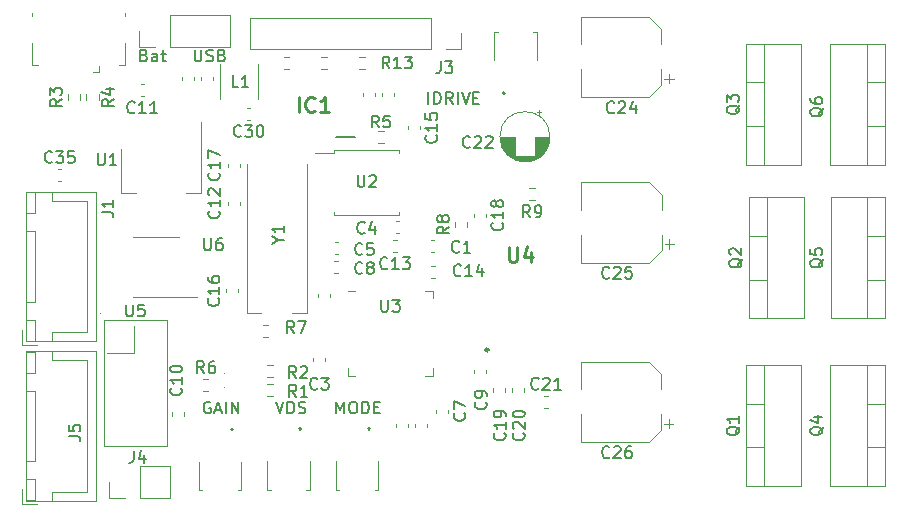
<source format=gbr>
%TF.GenerationSoftware,KiCad,Pcbnew,(7.0.0)*%
%TF.CreationDate,2023-03-04T23:05:34-05:00*%
%TF.ProjectId,electrium-esc-v2,656c6563-7472-4697-956d-2d6573632d76,rev?*%
%TF.SameCoordinates,Original*%
%TF.FileFunction,Legend,Top*%
%TF.FilePolarity,Positive*%
%FSLAX46Y46*%
G04 Gerber Fmt 4.6, Leading zero omitted, Abs format (unit mm)*
G04 Created by KiCad (PCBNEW (7.0.0)) date 2023-03-04 23:05:34*
%MOMM*%
%LPD*%
G01*
G04 APERTURE LIST*
%ADD10C,0.150000*%
%ADD11C,0.254000*%
%ADD12C,0.100000*%
%ADD13C,0.120000*%
%ADD14C,0.200000*%
%ADD15C,0.250000*%
G04 APERTURE END LIST*
D10*
X201838095Y-109182380D02*
X201838095Y-108182380D01*
X201838095Y-108182380D02*
X202171428Y-108896666D01*
X202171428Y-108896666D02*
X202504761Y-108182380D01*
X202504761Y-108182380D02*
X202504761Y-109182380D01*
X203171428Y-108182380D02*
X203361904Y-108182380D01*
X203361904Y-108182380D02*
X203457142Y-108230000D01*
X203457142Y-108230000D02*
X203552380Y-108325238D01*
X203552380Y-108325238D02*
X203599999Y-108515714D01*
X203599999Y-108515714D02*
X203599999Y-108849047D01*
X203599999Y-108849047D02*
X203552380Y-109039523D01*
X203552380Y-109039523D02*
X203457142Y-109134761D01*
X203457142Y-109134761D02*
X203361904Y-109182380D01*
X203361904Y-109182380D02*
X203171428Y-109182380D01*
X203171428Y-109182380D02*
X203076190Y-109134761D01*
X203076190Y-109134761D02*
X202980952Y-109039523D01*
X202980952Y-109039523D02*
X202933333Y-108849047D01*
X202933333Y-108849047D02*
X202933333Y-108515714D01*
X202933333Y-108515714D02*
X202980952Y-108325238D01*
X202980952Y-108325238D02*
X203076190Y-108230000D01*
X203076190Y-108230000D02*
X203171428Y-108182380D01*
X204028571Y-109182380D02*
X204028571Y-108182380D01*
X204028571Y-108182380D02*
X204266666Y-108182380D01*
X204266666Y-108182380D02*
X204409523Y-108230000D01*
X204409523Y-108230000D02*
X204504761Y-108325238D01*
X204504761Y-108325238D02*
X204552380Y-108420476D01*
X204552380Y-108420476D02*
X204599999Y-108610952D01*
X204599999Y-108610952D02*
X204599999Y-108753809D01*
X204599999Y-108753809D02*
X204552380Y-108944285D01*
X204552380Y-108944285D02*
X204504761Y-109039523D01*
X204504761Y-109039523D02*
X204409523Y-109134761D01*
X204409523Y-109134761D02*
X204266666Y-109182380D01*
X204266666Y-109182380D02*
X204028571Y-109182380D01*
X205028571Y-108658571D02*
X205361904Y-108658571D01*
X205504761Y-109182380D02*
X205028571Y-109182380D01*
X205028571Y-109182380D02*
X205028571Y-108182380D01*
X205028571Y-108182380D02*
X205504761Y-108182380D01*
X196695238Y-108182380D02*
X197028571Y-109182380D01*
X197028571Y-109182380D02*
X197361904Y-108182380D01*
X197695238Y-109182380D02*
X197695238Y-108182380D01*
X197695238Y-108182380D02*
X197933333Y-108182380D01*
X197933333Y-108182380D02*
X198076190Y-108230000D01*
X198076190Y-108230000D02*
X198171428Y-108325238D01*
X198171428Y-108325238D02*
X198219047Y-108420476D01*
X198219047Y-108420476D02*
X198266666Y-108610952D01*
X198266666Y-108610952D02*
X198266666Y-108753809D01*
X198266666Y-108753809D02*
X198219047Y-108944285D01*
X198219047Y-108944285D02*
X198171428Y-109039523D01*
X198171428Y-109039523D02*
X198076190Y-109134761D01*
X198076190Y-109134761D02*
X197933333Y-109182380D01*
X197933333Y-109182380D02*
X197695238Y-109182380D01*
X198647619Y-109134761D02*
X198790476Y-109182380D01*
X198790476Y-109182380D02*
X199028571Y-109182380D01*
X199028571Y-109182380D02*
X199123809Y-109134761D01*
X199123809Y-109134761D02*
X199171428Y-109087142D01*
X199171428Y-109087142D02*
X199219047Y-108991904D01*
X199219047Y-108991904D02*
X199219047Y-108896666D01*
X199219047Y-108896666D02*
X199171428Y-108801428D01*
X199171428Y-108801428D02*
X199123809Y-108753809D01*
X199123809Y-108753809D02*
X199028571Y-108706190D01*
X199028571Y-108706190D02*
X198838095Y-108658571D01*
X198838095Y-108658571D02*
X198742857Y-108610952D01*
X198742857Y-108610952D02*
X198695238Y-108563333D01*
X198695238Y-108563333D02*
X198647619Y-108468095D01*
X198647619Y-108468095D02*
X198647619Y-108372857D01*
X198647619Y-108372857D02*
X198695238Y-108277619D01*
X198695238Y-108277619D02*
X198742857Y-108230000D01*
X198742857Y-108230000D02*
X198838095Y-108182380D01*
X198838095Y-108182380D02*
X199076190Y-108182380D01*
X199076190Y-108182380D02*
X199219047Y-108230000D01*
X191161904Y-108230000D02*
X191066666Y-108182380D01*
X191066666Y-108182380D02*
X190923809Y-108182380D01*
X190923809Y-108182380D02*
X190780952Y-108230000D01*
X190780952Y-108230000D02*
X190685714Y-108325238D01*
X190685714Y-108325238D02*
X190638095Y-108420476D01*
X190638095Y-108420476D02*
X190590476Y-108610952D01*
X190590476Y-108610952D02*
X190590476Y-108753809D01*
X190590476Y-108753809D02*
X190638095Y-108944285D01*
X190638095Y-108944285D02*
X190685714Y-109039523D01*
X190685714Y-109039523D02*
X190780952Y-109134761D01*
X190780952Y-109134761D02*
X190923809Y-109182380D01*
X190923809Y-109182380D02*
X191019047Y-109182380D01*
X191019047Y-109182380D02*
X191161904Y-109134761D01*
X191161904Y-109134761D02*
X191209523Y-109087142D01*
X191209523Y-109087142D02*
X191209523Y-108753809D01*
X191209523Y-108753809D02*
X191019047Y-108753809D01*
X191590476Y-108896666D02*
X192066666Y-108896666D01*
X191495238Y-109182380D02*
X191828571Y-108182380D01*
X191828571Y-108182380D02*
X192161904Y-109182380D01*
X192495238Y-109182380D02*
X192495238Y-108182380D01*
X192971428Y-109182380D02*
X192971428Y-108182380D01*
X192971428Y-108182380D02*
X193542856Y-109182380D01*
X193542856Y-109182380D02*
X193542856Y-108182380D01*
X209638095Y-82982380D02*
X209638095Y-81982380D01*
X210114285Y-82982380D02*
X210114285Y-81982380D01*
X210114285Y-81982380D02*
X210352380Y-81982380D01*
X210352380Y-81982380D02*
X210495237Y-82030000D01*
X210495237Y-82030000D02*
X210590475Y-82125238D01*
X210590475Y-82125238D02*
X210638094Y-82220476D01*
X210638094Y-82220476D02*
X210685713Y-82410952D01*
X210685713Y-82410952D02*
X210685713Y-82553809D01*
X210685713Y-82553809D02*
X210638094Y-82744285D01*
X210638094Y-82744285D02*
X210590475Y-82839523D01*
X210590475Y-82839523D02*
X210495237Y-82934761D01*
X210495237Y-82934761D02*
X210352380Y-82982380D01*
X210352380Y-82982380D02*
X210114285Y-82982380D01*
X211685713Y-82982380D02*
X211352380Y-82506190D01*
X211114285Y-82982380D02*
X211114285Y-81982380D01*
X211114285Y-81982380D02*
X211495237Y-81982380D01*
X211495237Y-81982380D02*
X211590475Y-82030000D01*
X211590475Y-82030000D02*
X211638094Y-82077619D01*
X211638094Y-82077619D02*
X211685713Y-82172857D01*
X211685713Y-82172857D02*
X211685713Y-82315714D01*
X211685713Y-82315714D02*
X211638094Y-82410952D01*
X211638094Y-82410952D02*
X211590475Y-82458571D01*
X211590475Y-82458571D02*
X211495237Y-82506190D01*
X211495237Y-82506190D02*
X211114285Y-82506190D01*
X212114285Y-82982380D02*
X212114285Y-81982380D01*
X212447618Y-81982380D02*
X212780951Y-82982380D01*
X212780951Y-82982380D02*
X213114284Y-81982380D01*
X213447618Y-82458571D02*
X213780951Y-82458571D01*
X213923808Y-82982380D02*
X213447618Y-82982380D01*
X213447618Y-82982380D02*
X213447618Y-81982380D01*
X213447618Y-81982380D02*
X213923808Y-81982380D01*
X189838095Y-78382380D02*
X189838095Y-79191904D01*
X189838095Y-79191904D02*
X189885714Y-79287142D01*
X189885714Y-79287142D02*
X189933333Y-79334761D01*
X189933333Y-79334761D02*
X190028571Y-79382380D01*
X190028571Y-79382380D02*
X190219047Y-79382380D01*
X190219047Y-79382380D02*
X190314285Y-79334761D01*
X190314285Y-79334761D02*
X190361904Y-79287142D01*
X190361904Y-79287142D02*
X190409523Y-79191904D01*
X190409523Y-79191904D02*
X190409523Y-78382380D01*
X190838095Y-79334761D02*
X190980952Y-79382380D01*
X190980952Y-79382380D02*
X191219047Y-79382380D01*
X191219047Y-79382380D02*
X191314285Y-79334761D01*
X191314285Y-79334761D02*
X191361904Y-79287142D01*
X191361904Y-79287142D02*
X191409523Y-79191904D01*
X191409523Y-79191904D02*
X191409523Y-79096666D01*
X191409523Y-79096666D02*
X191361904Y-79001428D01*
X191361904Y-79001428D02*
X191314285Y-78953809D01*
X191314285Y-78953809D02*
X191219047Y-78906190D01*
X191219047Y-78906190D02*
X191028571Y-78858571D01*
X191028571Y-78858571D02*
X190933333Y-78810952D01*
X190933333Y-78810952D02*
X190885714Y-78763333D01*
X190885714Y-78763333D02*
X190838095Y-78668095D01*
X190838095Y-78668095D02*
X190838095Y-78572857D01*
X190838095Y-78572857D02*
X190885714Y-78477619D01*
X190885714Y-78477619D02*
X190933333Y-78430000D01*
X190933333Y-78430000D02*
X191028571Y-78382380D01*
X191028571Y-78382380D02*
X191266666Y-78382380D01*
X191266666Y-78382380D02*
X191409523Y-78430000D01*
X192171428Y-78858571D02*
X192314285Y-78906190D01*
X192314285Y-78906190D02*
X192361904Y-78953809D01*
X192361904Y-78953809D02*
X192409523Y-79049047D01*
X192409523Y-79049047D02*
X192409523Y-79191904D01*
X192409523Y-79191904D02*
X192361904Y-79287142D01*
X192361904Y-79287142D02*
X192314285Y-79334761D01*
X192314285Y-79334761D02*
X192219047Y-79382380D01*
X192219047Y-79382380D02*
X191838095Y-79382380D01*
X191838095Y-79382380D02*
X191838095Y-78382380D01*
X191838095Y-78382380D02*
X192171428Y-78382380D01*
X192171428Y-78382380D02*
X192266666Y-78430000D01*
X192266666Y-78430000D02*
X192314285Y-78477619D01*
X192314285Y-78477619D02*
X192361904Y-78572857D01*
X192361904Y-78572857D02*
X192361904Y-78668095D01*
X192361904Y-78668095D02*
X192314285Y-78763333D01*
X192314285Y-78763333D02*
X192266666Y-78810952D01*
X192266666Y-78810952D02*
X192171428Y-78858571D01*
X192171428Y-78858571D02*
X191838095Y-78858571D01*
X185571428Y-78858571D02*
X185714285Y-78906190D01*
X185714285Y-78906190D02*
X185761904Y-78953809D01*
X185761904Y-78953809D02*
X185809523Y-79049047D01*
X185809523Y-79049047D02*
X185809523Y-79191904D01*
X185809523Y-79191904D02*
X185761904Y-79287142D01*
X185761904Y-79287142D02*
X185714285Y-79334761D01*
X185714285Y-79334761D02*
X185619047Y-79382380D01*
X185619047Y-79382380D02*
X185238095Y-79382380D01*
X185238095Y-79382380D02*
X185238095Y-78382380D01*
X185238095Y-78382380D02*
X185571428Y-78382380D01*
X185571428Y-78382380D02*
X185666666Y-78430000D01*
X185666666Y-78430000D02*
X185714285Y-78477619D01*
X185714285Y-78477619D02*
X185761904Y-78572857D01*
X185761904Y-78572857D02*
X185761904Y-78668095D01*
X185761904Y-78668095D02*
X185714285Y-78763333D01*
X185714285Y-78763333D02*
X185666666Y-78810952D01*
X185666666Y-78810952D02*
X185571428Y-78858571D01*
X185571428Y-78858571D02*
X185238095Y-78858571D01*
X186666666Y-79382380D02*
X186666666Y-78858571D01*
X186666666Y-78858571D02*
X186619047Y-78763333D01*
X186619047Y-78763333D02*
X186523809Y-78715714D01*
X186523809Y-78715714D02*
X186333333Y-78715714D01*
X186333333Y-78715714D02*
X186238095Y-78763333D01*
X186666666Y-79334761D02*
X186571428Y-79382380D01*
X186571428Y-79382380D02*
X186333333Y-79382380D01*
X186333333Y-79382380D02*
X186238095Y-79334761D01*
X186238095Y-79334761D02*
X186190476Y-79239523D01*
X186190476Y-79239523D02*
X186190476Y-79144285D01*
X186190476Y-79144285D02*
X186238095Y-79049047D01*
X186238095Y-79049047D02*
X186333333Y-79001428D01*
X186333333Y-79001428D02*
X186571428Y-79001428D01*
X186571428Y-79001428D02*
X186666666Y-78953809D01*
X187000000Y-78715714D02*
X187380952Y-78715714D01*
X187142857Y-78382380D02*
X187142857Y-79239523D01*
X187142857Y-79239523D02*
X187190476Y-79334761D01*
X187190476Y-79334761D02*
X187285714Y-79382380D01*
X187285714Y-79382380D02*
X187380952Y-79382380D01*
%TO.C,U3*%
X205638095Y-99567380D02*
X205638095Y-100376904D01*
X205638095Y-100376904D02*
X205685714Y-100472142D01*
X205685714Y-100472142D02*
X205733333Y-100519761D01*
X205733333Y-100519761D02*
X205828571Y-100567380D01*
X205828571Y-100567380D02*
X206019047Y-100567380D01*
X206019047Y-100567380D02*
X206114285Y-100519761D01*
X206114285Y-100519761D02*
X206161904Y-100472142D01*
X206161904Y-100472142D02*
X206209523Y-100376904D01*
X206209523Y-100376904D02*
X206209523Y-99567380D01*
X206590476Y-99567380D02*
X207209523Y-99567380D01*
X207209523Y-99567380D02*
X206876190Y-99948333D01*
X206876190Y-99948333D02*
X207019047Y-99948333D01*
X207019047Y-99948333D02*
X207114285Y-99995952D01*
X207114285Y-99995952D02*
X207161904Y-100043571D01*
X207161904Y-100043571D02*
X207209523Y-100138809D01*
X207209523Y-100138809D02*
X207209523Y-100376904D01*
X207209523Y-100376904D02*
X207161904Y-100472142D01*
X207161904Y-100472142D02*
X207114285Y-100519761D01*
X207114285Y-100519761D02*
X207019047Y-100567380D01*
X207019047Y-100567380D02*
X206733333Y-100567380D01*
X206733333Y-100567380D02*
X206638095Y-100519761D01*
X206638095Y-100519761D02*
X206590476Y-100472142D01*
%TO.C,C13*%
X206157142Y-96872142D02*
X206109523Y-96919761D01*
X206109523Y-96919761D02*
X205966666Y-96967380D01*
X205966666Y-96967380D02*
X205871428Y-96967380D01*
X205871428Y-96967380D02*
X205728571Y-96919761D01*
X205728571Y-96919761D02*
X205633333Y-96824523D01*
X205633333Y-96824523D02*
X205585714Y-96729285D01*
X205585714Y-96729285D02*
X205538095Y-96538809D01*
X205538095Y-96538809D02*
X205538095Y-96395952D01*
X205538095Y-96395952D02*
X205585714Y-96205476D01*
X205585714Y-96205476D02*
X205633333Y-96110238D01*
X205633333Y-96110238D02*
X205728571Y-96015000D01*
X205728571Y-96015000D02*
X205871428Y-95967380D01*
X205871428Y-95967380D02*
X205966666Y-95967380D01*
X205966666Y-95967380D02*
X206109523Y-96015000D01*
X206109523Y-96015000D02*
X206157142Y-96062619D01*
X207109523Y-96967380D02*
X206538095Y-96967380D01*
X206823809Y-96967380D02*
X206823809Y-95967380D01*
X206823809Y-95967380D02*
X206728571Y-96110238D01*
X206728571Y-96110238D02*
X206633333Y-96205476D01*
X206633333Y-96205476D02*
X206538095Y-96253095D01*
X207442857Y-95967380D02*
X208061904Y-95967380D01*
X208061904Y-95967380D02*
X207728571Y-96348333D01*
X207728571Y-96348333D02*
X207871428Y-96348333D01*
X207871428Y-96348333D02*
X207966666Y-96395952D01*
X207966666Y-96395952D02*
X208014285Y-96443571D01*
X208014285Y-96443571D02*
X208061904Y-96538809D01*
X208061904Y-96538809D02*
X208061904Y-96776904D01*
X208061904Y-96776904D02*
X208014285Y-96872142D01*
X208014285Y-96872142D02*
X207966666Y-96919761D01*
X207966666Y-96919761D02*
X207871428Y-96967380D01*
X207871428Y-96967380D02*
X207585714Y-96967380D01*
X207585714Y-96967380D02*
X207490476Y-96919761D01*
X207490476Y-96919761D02*
X207442857Y-96872142D01*
%TO.C,C35*%
X177763128Y-87872142D02*
X177715509Y-87919761D01*
X177715509Y-87919761D02*
X177572652Y-87967380D01*
X177572652Y-87967380D02*
X177477414Y-87967380D01*
X177477414Y-87967380D02*
X177334557Y-87919761D01*
X177334557Y-87919761D02*
X177239319Y-87824523D01*
X177239319Y-87824523D02*
X177191700Y-87729285D01*
X177191700Y-87729285D02*
X177144081Y-87538809D01*
X177144081Y-87538809D02*
X177144081Y-87395952D01*
X177144081Y-87395952D02*
X177191700Y-87205476D01*
X177191700Y-87205476D02*
X177239319Y-87110238D01*
X177239319Y-87110238D02*
X177334557Y-87015000D01*
X177334557Y-87015000D02*
X177477414Y-86967380D01*
X177477414Y-86967380D02*
X177572652Y-86967380D01*
X177572652Y-86967380D02*
X177715509Y-87015000D01*
X177715509Y-87015000D02*
X177763128Y-87062619D01*
X178096462Y-86967380D02*
X178715509Y-86967380D01*
X178715509Y-86967380D02*
X178382176Y-87348333D01*
X178382176Y-87348333D02*
X178525033Y-87348333D01*
X178525033Y-87348333D02*
X178620271Y-87395952D01*
X178620271Y-87395952D02*
X178667890Y-87443571D01*
X178667890Y-87443571D02*
X178715509Y-87538809D01*
X178715509Y-87538809D02*
X178715509Y-87776904D01*
X178715509Y-87776904D02*
X178667890Y-87872142D01*
X178667890Y-87872142D02*
X178620271Y-87919761D01*
X178620271Y-87919761D02*
X178525033Y-87967380D01*
X178525033Y-87967380D02*
X178239319Y-87967380D01*
X178239319Y-87967380D02*
X178144081Y-87919761D01*
X178144081Y-87919761D02*
X178096462Y-87872142D01*
X179620271Y-86967380D02*
X179144081Y-86967380D01*
X179144081Y-86967380D02*
X179096462Y-87443571D01*
X179096462Y-87443571D02*
X179144081Y-87395952D01*
X179144081Y-87395952D02*
X179239319Y-87348333D01*
X179239319Y-87348333D02*
X179477414Y-87348333D01*
X179477414Y-87348333D02*
X179572652Y-87395952D01*
X179572652Y-87395952D02*
X179620271Y-87443571D01*
X179620271Y-87443571D02*
X179667890Y-87538809D01*
X179667890Y-87538809D02*
X179667890Y-87776904D01*
X179667890Y-87776904D02*
X179620271Y-87872142D01*
X179620271Y-87872142D02*
X179572652Y-87919761D01*
X179572652Y-87919761D02*
X179477414Y-87967380D01*
X179477414Y-87967380D02*
X179239319Y-87967380D01*
X179239319Y-87967380D02*
X179144081Y-87919761D01*
X179144081Y-87919761D02*
X179096462Y-87872142D01*
%TO.C,C30*%
X193757142Y-85672142D02*
X193709523Y-85719761D01*
X193709523Y-85719761D02*
X193566666Y-85767380D01*
X193566666Y-85767380D02*
X193471428Y-85767380D01*
X193471428Y-85767380D02*
X193328571Y-85719761D01*
X193328571Y-85719761D02*
X193233333Y-85624523D01*
X193233333Y-85624523D02*
X193185714Y-85529285D01*
X193185714Y-85529285D02*
X193138095Y-85338809D01*
X193138095Y-85338809D02*
X193138095Y-85195952D01*
X193138095Y-85195952D02*
X193185714Y-85005476D01*
X193185714Y-85005476D02*
X193233333Y-84910238D01*
X193233333Y-84910238D02*
X193328571Y-84815000D01*
X193328571Y-84815000D02*
X193471428Y-84767380D01*
X193471428Y-84767380D02*
X193566666Y-84767380D01*
X193566666Y-84767380D02*
X193709523Y-84815000D01*
X193709523Y-84815000D02*
X193757142Y-84862619D01*
X194090476Y-84767380D02*
X194709523Y-84767380D01*
X194709523Y-84767380D02*
X194376190Y-85148333D01*
X194376190Y-85148333D02*
X194519047Y-85148333D01*
X194519047Y-85148333D02*
X194614285Y-85195952D01*
X194614285Y-85195952D02*
X194661904Y-85243571D01*
X194661904Y-85243571D02*
X194709523Y-85338809D01*
X194709523Y-85338809D02*
X194709523Y-85576904D01*
X194709523Y-85576904D02*
X194661904Y-85672142D01*
X194661904Y-85672142D02*
X194614285Y-85719761D01*
X194614285Y-85719761D02*
X194519047Y-85767380D01*
X194519047Y-85767380D02*
X194233333Y-85767380D01*
X194233333Y-85767380D02*
X194138095Y-85719761D01*
X194138095Y-85719761D02*
X194090476Y-85672142D01*
X195328571Y-84767380D02*
X195423809Y-84767380D01*
X195423809Y-84767380D02*
X195519047Y-84815000D01*
X195519047Y-84815000D02*
X195566666Y-84862619D01*
X195566666Y-84862619D02*
X195614285Y-84957857D01*
X195614285Y-84957857D02*
X195661904Y-85148333D01*
X195661904Y-85148333D02*
X195661904Y-85386428D01*
X195661904Y-85386428D02*
X195614285Y-85576904D01*
X195614285Y-85576904D02*
X195566666Y-85672142D01*
X195566666Y-85672142D02*
X195519047Y-85719761D01*
X195519047Y-85719761D02*
X195423809Y-85767380D01*
X195423809Y-85767380D02*
X195328571Y-85767380D01*
X195328571Y-85767380D02*
X195233333Y-85719761D01*
X195233333Y-85719761D02*
X195185714Y-85672142D01*
X195185714Y-85672142D02*
X195138095Y-85576904D01*
X195138095Y-85576904D02*
X195090476Y-85386428D01*
X195090476Y-85386428D02*
X195090476Y-85148333D01*
X195090476Y-85148333D02*
X195138095Y-84957857D01*
X195138095Y-84957857D02*
X195185714Y-84862619D01*
X195185714Y-84862619D02*
X195233333Y-84815000D01*
X195233333Y-84815000D02*
X195328571Y-84767380D01*
%TO.C,C21*%
X218957142Y-107072142D02*
X218909523Y-107119761D01*
X218909523Y-107119761D02*
X218766666Y-107167380D01*
X218766666Y-107167380D02*
X218671428Y-107167380D01*
X218671428Y-107167380D02*
X218528571Y-107119761D01*
X218528571Y-107119761D02*
X218433333Y-107024523D01*
X218433333Y-107024523D02*
X218385714Y-106929285D01*
X218385714Y-106929285D02*
X218338095Y-106738809D01*
X218338095Y-106738809D02*
X218338095Y-106595952D01*
X218338095Y-106595952D02*
X218385714Y-106405476D01*
X218385714Y-106405476D02*
X218433333Y-106310238D01*
X218433333Y-106310238D02*
X218528571Y-106215000D01*
X218528571Y-106215000D02*
X218671428Y-106167380D01*
X218671428Y-106167380D02*
X218766666Y-106167380D01*
X218766666Y-106167380D02*
X218909523Y-106215000D01*
X218909523Y-106215000D02*
X218957142Y-106262619D01*
X219338095Y-106262619D02*
X219385714Y-106215000D01*
X219385714Y-106215000D02*
X219480952Y-106167380D01*
X219480952Y-106167380D02*
X219719047Y-106167380D01*
X219719047Y-106167380D02*
X219814285Y-106215000D01*
X219814285Y-106215000D02*
X219861904Y-106262619D01*
X219861904Y-106262619D02*
X219909523Y-106357857D01*
X219909523Y-106357857D02*
X219909523Y-106453095D01*
X219909523Y-106453095D02*
X219861904Y-106595952D01*
X219861904Y-106595952D02*
X219290476Y-107167380D01*
X219290476Y-107167380D02*
X219909523Y-107167380D01*
X220861904Y-107167380D02*
X220290476Y-107167380D01*
X220576190Y-107167380D02*
X220576190Y-106167380D01*
X220576190Y-106167380D02*
X220480952Y-106310238D01*
X220480952Y-106310238D02*
X220385714Y-106405476D01*
X220385714Y-106405476D02*
X220290476Y-106453095D01*
%TO.C,C20*%
X217672142Y-110842857D02*
X217719761Y-110890476D01*
X217719761Y-110890476D02*
X217767380Y-111033333D01*
X217767380Y-111033333D02*
X217767380Y-111128571D01*
X217767380Y-111128571D02*
X217719761Y-111271428D01*
X217719761Y-111271428D02*
X217624523Y-111366666D01*
X217624523Y-111366666D02*
X217529285Y-111414285D01*
X217529285Y-111414285D02*
X217338809Y-111461904D01*
X217338809Y-111461904D02*
X217195952Y-111461904D01*
X217195952Y-111461904D02*
X217005476Y-111414285D01*
X217005476Y-111414285D02*
X216910238Y-111366666D01*
X216910238Y-111366666D02*
X216815000Y-111271428D01*
X216815000Y-111271428D02*
X216767380Y-111128571D01*
X216767380Y-111128571D02*
X216767380Y-111033333D01*
X216767380Y-111033333D02*
X216815000Y-110890476D01*
X216815000Y-110890476D02*
X216862619Y-110842857D01*
X216862619Y-110461904D02*
X216815000Y-110414285D01*
X216815000Y-110414285D02*
X216767380Y-110319047D01*
X216767380Y-110319047D02*
X216767380Y-110080952D01*
X216767380Y-110080952D02*
X216815000Y-109985714D01*
X216815000Y-109985714D02*
X216862619Y-109938095D01*
X216862619Y-109938095D02*
X216957857Y-109890476D01*
X216957857Y-109890476D02*
X217053095Y-109890476D01*
X217053095Y-109890476D02*
X217195952Y-109938095D01*
X217195952Y-109938095D02*
X217767380Y-110509523D01*
X217767380Y-110509523D02*
X217767380Y-109890476D01*
X216767380Y-109271428D02*
X216767380Y-109176190D01*
X216767380Y-109176190D02*
X216815000Y-109080952D01*
X216815000Y-109080952D02*
X216862619Y-109033333D01*
X216862619Y-109033333D02*
X216957857Y-108985714D01*
X216957857Y-108985714D02*
X217148333Y-108938095D01*
X217148333Y-108938095D02*
X217386428Y-108938095D01*
X217386428Y-108938095D02*
X217576904Y-108985714D01*
X217576904Y-108985714D02*
X217672142Y-109033333D01*
X217672142Y-109033333D02*
X217719761Y-109080952D01*
X217719761Y-109080952D02*
X217767380Y-109176190D01*
X217767380Y-109176190D02*
X217767380Y-109271428D01*
X217767380Y-109271428D02*
X217719761Y-109366666D01*
X217719761Y-109366666D02*
X217672142Y-109414285D01*
X217672142Y-109414285D02*
X217576904Y-109461904D01*
X217576904Y-109461904D02*
X217386428Y-109509523D01*
X217386428Y-109509523D02*
X217148333Y-109509523D01*
X217148333Y-109509523D02*
X216957857Y-109461904D01*
X216957857Y-109461904D02*
X216862619Y-109414285D01*
X216862619Y-109414285D02*
X216815000Y-109366666D01*
X216815000Y-109366666D02*
X216767380Y-109271428D01*
%TO.C,C19*%
X216072142Y-110842857D02*
X216119761Y-110890476D01*
X216119761Y-110890476D02*
X216167380Y-111033333D01*
X216167380Y-111033333D02*
X216167380Y-111128571D01*
X216167380Y-111128571D02*
X216119761Y-111271428D01*
X216119761Y-111271428D02*
X216024523Y-111366666D01*
X216024523Y-111366666D02*
X215929285Y-111414285D01*
X215929285Y-111414285D02*
X215738809Y-111461904D01*
X215738809Y-111461904D02*
X215595952Y-111461904D01*
X215595952Y-111461904D02*
X215405476Y-111414285D01*
X215405476Y-111414285D02*
X215310238Y-111366666D01*
X215310238Y-111366666D02*
X215215000Y-111271428D01*
X215215000Y-111271428D02*
X215167380Y-111128571D01*
X215167380Y-111128571D02*
X215167380Y-111033333D01*
X215167380Y-111033333D02*
X215215000Y-110890476D01*
X215215000Y-110890476D02*
X215262619Y-110842857D01*
X216167380Y-109890476D02*
X216167380Y-110461904D01*
X216167380Y-110176190D02*
X215167380Y-110176190D01*
X215167380Y-110176190D02*
X215310238Y-110271428D01*
X215310238Y-110271428D02*
X215405476Y-110366666D01*
X215405476Y-110366666D02*
X215453095Y-110461904D01*
X216167380Y-109414285D02*
X216167380Y-109223809D01*
X216167380Y-109223809D02*
X216119761Y-109128571D01*
X216119761Y-109128571D02*
X216072142Y-109080952D01*
X216072142Y-109080952D02*
X215929285Y-108985714D01*
X215929285Y-108985714D02*
X215738809Y-108938095D01*
X215738809Y-108938095D02*
X215357857Y-108938095D01*
X215357857Y-108938095D02*
X215262619Y-108985714D01*
X215262619Y-108985714D02*
X215215000Y-109033333D01*
X215215000Y-109033333D02*
X215167380Y-109128571D01*
X215167380Y-109128571D02*
X215167380Y-109319047D01*
X215167380Y-109319047D02*
X215215000Y-109414285D01*
X215215000Y-109414285D02*
X215262619Y-109461904D01*
X215262619Y-109461904D02*
X215357857Y-109509523D01*
X215357857Y-109509523D02*
X215595952Y-109509523D01*
X215595952Y-109509523D02*
X215691190Y-109461904D01*
X215691190Y-109461904D02*
X215738809Y-109414285D01*
X215738809Y-109414285D02*
X215786428Y-109319047D01*
X215786428Y-109319047D02*
X215786428Y-109128571D01*
X215786428Y-109128571D02*
X215738809Y-109033333D01*
X215738809Y-109033333D02*
X215691190Y-108985714D01*
X215691190Y-108985714D02*
X215595952Y-108938095D01*
%TO.C,C18*%
X215872142Y-93042857D02*
X215919761Y-93090476D01*
X215919761Y-93090476D02*
X215967380Y-93233333D01*
X215967380Y-93233333D02*
X215967380Y-93328571D01*
X215967380Y-93328571D02*
X215919761Y-93471428D01*
X215919761Y-93471428D02*
X215824523Y-93566666D01*
X215824523Y-93566666D02*
X215729285Y-93614285D01*
X215729285Y-93614285D02*
X215538809Y-93661904D01*
X215538809Y-93661904D02*
X215395952Y-93661904D01*
X215395952Y-93661904D02*
X215205476Y-93614285D01*
X215205476Y-93614285D02*
X215110238Y-93566666D01*
X215110238Y-93566666D02*
X215015000Y-93471428D01*
X215015000Y-93471428D02*
X214967380Y-93328571D01*
X214967380Y-93328571D02*
X214967380Y-93233333D01*
X214967380Y-93233333D02*
X215015000Y-93090476D01*
X215015000Y-93090476D02*
X215062619Y-93042857D01*
X215967380Y-92090476D02*
X215967380Y-92661904D01*
X215967380Y-92376190D02*
X214967380Y-92376190D01*
X214967380Y-92376190D02*
X215110238Y-92471428D01*
X215110238Y-92471428D02*
X215205476Y-92566666D01*
X215205476Y-92566666D02*
X215253095Y-92661904D01*
X215395952Y-91519047D02*
X215348333Y-91614285D01*
X215348333Y-91614285D02*
X215300714Y-91661904D01*
X215300714Y-91661904D02*
X215205476Y-91709523D01*
X215205476Y-91709523D02*
X215157857Y-91709523D01*
X215157857Y-91709523D02*
X215062619Y-91661904D01*
X215062619Y-91661904D02*
X215015000Y-91614285D01*
X215015000Y-91614285D02*
X214967380Y-91519047D01*
X214967380Y-91519047D02*
X214967380Y-91328571D01*
X214967380Y-91328571D02*
X215015000Y-91233333D01*
X215015000Y-91233333D02*
X215062619Y-91185714D01*
X215062619Y-91185714D02*
X215157857Y-91138095D01*
X215157857Y-91138095D02*
X215205476Y-91138095D01*
X215205476Y-91138095D02*
X215300714Y-91185714D01*
X215300714Y-91185714D02*
X215348333Y-91233333D01*
X215348333Y-91233333D02*
X215395952Y-91328571D01*
X215395952Y-91328571D02*
X215395952Y-91519047D01*
X215395952Y-91519047D02*
X215443571Y-91614285D01*
X215443571Y-91614285D02*
X215491190Y-91661904D01*
X215491190Y-91661904D02*
X215586428Y-91709523D01*
X215586428Y-91709523D02*
X215776904Y-91709523D01*
X215776904Y-91709523D02*
X215872142Y-91661904D01*
X215872142Y-91661904D02*
X215919761Y-91614285D01*
X215919761Y-91614285D02*
X215967380Y-91519047D01*
X215967380Y-91519047D02*
X215967380Y-91328571D01*
X215967380Y-91328571D02*
X215919761Y-91233333D01*
X215919761Y-91233333D02*
X215872142Y-91185714D01*
X215872142Y-91185714D02*
X215776904Y-91138095D01*
X215776904Y-91138095D02*
X215586428Y-91138095D01*
X215586428Y-91138095D02*
X215491190Y-91185714D01*
X215491190Y-91185714D02*
X215443571Y-91233333D01*
X215443571Y-91233333D02*
X215395952Y-91328571D01*
%TO.C,C17*%
X191872142Y-88817857D02*
X191919761Y-88865476D01*
X191919761Y-88865476D02*
X191967380Y-89008333D01*
X191967380Y-89008333D02*
X191967380Y-89103571D01*
X191967380Y-89103571D02*
X191919761Y-89246428D01*
X191919761Y-89246428D02*
X191824523Y-89341666D01*
X191824523Y-89341666D02*
X191729285Y-89389285D01*
X191729285Y-89389285D02*
X191538809Y-89436904D01*
X191538809Y-89436904D02*
X191395952Y-89436904D01*
X191395952Y-89436904D02*
X191205476Y-89389285D01*
X191205476Y-89389285D02*
X191110238Y-89341666D01*
X191110238Y-89341666D02*
X191015000Y-89246428D01*
X191015000Y-89246428D02*
X190967380Y-89103571D01*
X190967380Y-89103571D02*
X190967380Y-89008333D01*
X190967380Y-89008333D02*
X191015000Y-88865476D01*
X191015000Y-88865476D02*
X191062619Y-88817857D01*
X191967380Y-87865476D02*
X191967380Y-88436904D01*
X191967380Y-88151190D02*
X190967380Y-88151190D01*
X190967380Y-88151190D02*
X191110238Y-88246428D01*
X191110238Y-88246428D02*
X191205476Y-88341666D01*
X191205476Y-88341666D02*
X191253095Y-88436904D01*
X190967380Y-87532142D02*
X190967380Y-86865476D01*
X190967380Y-86865476D02*
X191967380Y-87294047D01*
%TO.C,C16*%
X191842142Y-99442857D02*
X191889761Y-99490476D01*
X191889761Y-99490476D02*
X191937380Y-99633333D01*
X191937380Y-99633333D02*
X191937380Y-99728571D01*
X191937380Y-99728571D02*
X191889761Y-99871428D01*
X191889761Y-99871428D02*
X191794523Y-99966666D01*
X191794523Y-99966666D02*
X191699285Y-100014285D01*
X191699285Y-100014285D02*
X191508809Y-100061904D01*
X191508809Y-100061904D02*
X191365952Y-100061904D01*
X191365952Y-100061904D02*
X191175476Y-100014285D01*
X191175476Y-100014285D02*
X191080238Y-99966666D01*
X191080238Y-99966666D02*
X190985000Y-99871428D01*
X190985000Y-99871428D02*
X190937380Y-99728571D01*
X190937380Y-99728571D02*
X190937380Y-99633333D01*
X190937380Y-99633333D02*
X190985000Y-99490476D01*
X190985000Y-99490476D02*
X191032619Y-99442857D01*
X191937380Y-98490476D02*
X191937380Y-99061904D01*
X191937380Y-98776190D02*
X190937380Y-98776190D01*
X190937380Y-98776190D02*
X191080238Y-98871428D01*
X191080238Y-98871428D02*
X191175476Y-98966666D01*
X191175476Y-98966666D02*
X191223095Y-99061904D01*
X190937380Y-97633333D02*
X190937380Y-97823809D01*
X190937380Y-97823809D02*
X190985000Y-97919047D01*
X190985000Y-97919047D02*
X191032619Y-97966666D01*
X191032619Y-97966666D02*
X191175476Y-98061904D01*
X191175476Y-98061904D02*
X191365952Y-98109523D01*
X191365952Y-98109523D02*
X191746904Y-98109523D01*
X191746904Y-98109523D02*
X191842142Y-98061904D01*
X191842142Y-98061904D02*
X191889761Y-98014285D01*
X191889761Y-98014285D02*
X191937380Y-97919047D01*
X191937380Y-97919047D02*
X191937380Y-97728571D01*
X191937380Y-97728571D02*
X191889761Y-97633333D01*
X191889761Y-97633333D02*
X191842142Y-97585714D01*
X191842142Y-97585714D02*
X191746904Y-97538095D01*
X191746904Y-97538095D02*
X191508809Y-97538095D01*
X191508809Y-97538095D02*
X191413571Y-97585714D01*
X191413571Y-97585714D02*
X191365952Y-97633333D01*
X191365952Y-97633333D02*
X191318333Y-97728571D01*
X191318333Y-97728571D02*
X191318333Y-97919047D01*
X191318333Y-97919047D02*
X191365952Y-98014285D01*
X191365952Y-98014285D02*
X191413571Y-98061904D01*
X191413571Y-98061904D02*
X191508809Y-98109523D01*
%TO.C,C15*%
X210272142Y-85642857D02*
X210319761Y-85690476D01*
X210319761Y-85690476D02*
X210367380Y-85833333D01*
X210367380Y-85833333D02*
X210367380Y-85928571D01*
X210367380Y-85928571D02*
X210319761Y-86071428D01*
X210319761Y-86071428D02*
X210224523Y-86166666D01*
X210224523Y-86166666D02*
X210129285Y-86214285D01*
X210129285Y-86214285D02*
X209938809Y-86261904D01*
X209938809Y-86261904D02*
X209795952Y-86261904D01*
X209795952Y-86261904D02*
X209605476Y-86214285D01*
X209605476Y-86214285D02*
X209510238Y-86166666D01*
X209510238Y-86166666D02*
X209415000Y-86071428D01*
X209415000Y-86071428D02*
X209367380Y-85928571D01*
X209367380Y-85928571D02*
X209367380Y-85833333D01*
X209367380Y-85833333D02*
X209415000Y-85690476D01*
X209415000Y-85690476D02*
X209462619Y-85642857D01*
X210367380Y-84690476D02*
X210367380Y-85261904D01*
X210367380Y-84976190D02*
X209367380Y-84976190D01*
X209367380Y-84976190D02*
X209510238Y-85071428D01*
X209510238Y-85071428D02*
X209605476Y-85166666D01*
X209605476Y-85166666D02*
X209653095Y-85261904D01*
X209367380Y-83785714D02*
X209367380Y-84261904D01*
X209367380Y-84261904D02*
X209843571Y-84309523D01*
X209843571Y-84309523D02*
X209795952Y-84261904D01*
X209795952Y-84261904D02*
X209748333Y-84166666D01*
X209748333Y-84166666D02*
X209748333Y-83928571D01*
X209748333Y-83928571D02*
X209795952Y-83833333D01*
X209795952Y-83833333D02*
X209843571Y-83785714D01*
X209843571Y-83785714D02*
X209938809Y-83738095D01*
X209938809Y-83738095D02*
X210176904Y-83738095D01*
X210176904Y-83738095D02*
X210272142Y-83785714D01*
X210272142Y-83785714D02*
X210319761Y-83833333D01*
X210319761Y-83833333D02*
X210367380Y-83928571D01*
X210367380Y-83928571D02*
X210367380Y-84166666D01*
X210367380Y-84166666D02*
X210319761Y-84261904D01*
X210319761Y-84261904D02*
X210272142Y-84309523D01*
%TO.C,C14*%
X212382142Y-97472142D02*
X212334523Y-97519761D01*
X212334523Y-97519761D02*
X212191666Y-97567380D01*
X212191666Y-97567380D02*
X212096428Y-97567380D01*
X212096428Y-97567380D02*
X211953571Y-97519761D01*
X211953571Y-97519761D02*
X211858333Y-97424523D01*
X211858333Y-97424523D02*
X211810714Y-97329285D01*
X211810714Y-97329285D02*
X211763095Y-97138809D01*
X211763095Y-97138809D02*
X211763095Y-96995952D01*
X211763095Y-96995952D02*
X211810714Y-96805476D01*
X211810714Y-96805476D02*
X211858333Y-96710238D01*
X211858333Y-96710238D02*
X211953571Y-96615000D01*
X211953571Y-96615000D02*
X212096428Y-96567380D01*
X212096428Y-96567380D02*
X212191666Y-96567380D01*
X212191666Y-96567380D02*
X212334523Y-96615000D01*
X212334523Y-96615000D02*
X212382142Y-96662619D01*
X213334523Y-97567380D02*
X212763095Y-97567380D01*
X213048809Y-97567380D02*
X213048809Y-96567380D01*
X213048809Y-96567380D02*
X212953571Y-96710238D01*
X212953571Y-96710238D02*
X212858333Y-96805476D01*
X212858333Y-96805476D02*
X212763095Y-96853095D01*
X214191666Y-96900714D02*
X214191666Y-97567380D01*
X213953571Y-96519761D02*
X213715476Y-97234047D01*
X213715476Y-97234047D02*
X214334523Y-97234047D01*
%TO.C,C12*%
X191872142Y-92042857D02*
X191919761Y-92090476D01*
X191919761Y-92090476D02*
X191967380Y-92233333D01*
X191967380Y-92233333D02*
X191967380Y-92328571D01*
X191967380Y-92328571D02*
X191919761Y-92471428D01*
X191919761Y-92471428D02*
X191824523Y-92566666D01*
X191824523Y-92566666D02*
X191729285Y-92614285D01*
X191729285Y-92614285D02*
X191538809Y-92661904D01*
X191538809Y-92661904D02*
X191395952Y-92661904D01*
X191395952Y-92661904D02*
X191205476Y-92614285D01*
X191205476Y-92614285D02*
X191110238Y-92566666D01*
X191110238Y-92566666D02*
X191015000Y-92471428D01*
X191015000Y-92471428D02*
X190967380Y-92328571D01*
X190967380Y-92328571D02*
X190967380Y-92233333D01*
X190967380Y-92233333D02*
X191015000Y-92090476D01*
X191015000Y-92090476D02*
X191062619Y-92042857D01*
X191967380Y-91090476D02*
X191967380Y-91661904D01*
X191967380Y-91376190D02*
X190967380Y-91376190D01*
X190967380Y-91376190D02*
X191110238Y-91471428D01*
X191110238Y-91471428D02*
X191205476Y-91566666D01*
X191205476Y-91566666D02*
X191253095Y-91661904D01*
X191062619Y-90709523D02*
X191015000Y-90661904D01*
X191015000Y-90661904D02*
X190967380Y-90566666D01*
X190967380Y-90566666D02*
X190967380Y-90328571D01*
X190967380Y-90328571D02*
X191015000Y-90233333D01*
X191015000Y-90233333D02*
X191062619Y-90185714D01*
X191062619Y-90185714D02*
X191157857Y-90138095D01*
X191157857Y-90138095D02*
X191253095Y-90138095D01*
X191253095Y-90138095D02*
X191395952Y-90185714D01*
X191395952Y-90185714D02*
X191967380Y-90757142D01*
X191967380Y-90757142D02*
X191967380Y-90138095D01*
%TO.C,C11*%
X184757142Y-83672142D02*
X184709523Y-83719761D01*
X184709523Y-83719761D02*
X184566666Y-83767380D01*
X184566666Y-83767380D02*
X184471428Y-83767380D01*
X184471428Y-83767380D02*
X184328571Y-83719761D01*
X184328571Y-83719761D02*
X184233333Y-83624523D01*
X184233333Y-83624523D02*
X184185714Y-83529285D01*
X184185714Y-83529285D02*
X184138095Y-83338809D01*
X184138095Y-83338809D02*
X184138095Y-83195952D01*
X184138095Y-83195952D02*
X184185714Y-83005476D01*
X184185714Y-83005476D02*
X184233333Y-82910238D01*
X184233333Y-82910238D02*
X184328571Y-82815000D01*
X184328571Y-82815000D02*
X184471428Y-82767380D01*
X184471428Y-82767380D02*
X184566666Y-82767380D01*
X184566666Y-82767380D02*
X184709523Y-82815000D01*
X184709523Y-82815000D02*
X184757142Y-82862619D01*
X185709523Y-83767380D02*
X185138095Y-83767380D01*
X185423809Y-83767380D02*
X185423809Y-82767380D01*
X185423809Y-82767380D02*
X185328571Y-82910238D01*
X185328571Y-82910238D02*
X185233333Y-83005476D01*
X185233333Y-83005476D02*
X185138095Y-83053095D01*
X186661904Y-83767380D02*
X186090476Y-83767380D01*
X186376190Y-83767380D02*
X186376190Y-82767380D01*
X186376190Y-82767380D02*
X186280952Y-82910238D01*
X186280952Y-82910238D02*
X186185714Y-83005476D01*
X186185714Y-83005476D02*
X186090476Y-83053095D01*
%TO.C,C10*%
X188672142Y-107042857D02*
X188719761Y-107090476D01*
X188719761Y-107090476D02*
X188767380Y-107233333D01*
X188767380Y-107233333D02*
X188767380Y-107328571D01*
X188767380Y-107328571D02*
X188719761Y-107471428D01*
X188719761Y-107471428D02*
X188624523Y-107566666D01*
X188624523Y-107566666D02*
X188529285Y-107614285D01*
X188529285Y-107614285D02*
X188338809Y-107661904D01*
X188338809Y-107661904D02*
X188195952Y-107661904D01*
X188195952Y-107661904D02*
X188005476Y-107614285D01*
X188005476Y-107614285D02*
X187910238Y-107566666D01*
X187910238Y-107566666D02*
X187815000Y-107471428D01*
X187815000Y-107471428D02*
X187767380Y-107328571D01*
X187767380Y-107328571D02*
X187767380Y-107233333D01*
X187767380Y-107233333D02*
X187815000Y-107090476D01*
X187815000Y-107090476D02*
X187862619Y-107042857D01*
X188767380Y-106090476D02*
X188767380Y-106661904D01*
X188767380Y-106376190D02*
X187767380Y-106376190D01*
X187767380Y-106376190D02*
X187910238Y-106471428D01*
X187910238Y-106471428D02*
X188005476Y-106566666D01*
X188005476Y-106566666D02*
X188053095Y-106661904D01*
X187767380Y-105471428D02*
X187767380Y-105376190D01*
X187767380Y-105376190D02*
X187815000Y-105280952D01*
X187815000Y-105280952D02*
X187862619Y-105233333D01*
X187862619Y-105233333D02*
X187957857Y-105185714D01*
X187957857Y-105185714D02*
X188148333Y-105138095D01*
X188148333Y-105138095D02*
X188386428Y-105138095D01*
X188386428Y-105138095D02*
X188576904Y-105185714D01*
X188576904Y-105185714D02*
X188672142Y-105233333D01*
X188672142Y-105233333D02*
X188719761Y-105280952D01*
X188719761Y-105280952D02*
X188767380Y-105376190D01*
X188767380Y-105376190D02*
X188767380Y-105471428D01*
X188767380Y-105471428D02*
X188719761Y-105566666D01*
X188719761Y-105566666D02*
X188672142Y-105614285D01*
X188672142Y-105614285D02*
X188576904Y-105661904D01*
X188576904Y-105661904D02*
X188386428Y-105709523D01*
X188386428Y-105709523D02*
X188148333Y-105709523D01*
X188148333Y-105709523D02*
X187957857Y-105661904D01*
X187957857Y-105661904D02*
X187862619Y-105614285D01*
X187862619Y-105614285D02*
X187815000Y-105566666D01*
X187815000Y-105566666D02*
X187767380Y-105471428D01*
%TO.C,C9*%
X214472142Y-108216666D02*
X214519761Y-108264285D01*
X214519761Y-108264285D02*
X214567380Y-108407142D01*
X214567380Y-108407142D02*
X214567380Y-108502380D01*
X214567380Y-108502380D02*
X214519761Y-108645237D01*
X214519761Y-108645237D02*
X214424523Y-108740475D01*
X214424523Y-108740475D02*
X214329285Y-108788094D01*
X214329285Y-108788094D02*
X214138809Y-108835713D01*
X214138809Y-108835713D02*
X213995952Y-108835713D01*
X213995952Y-108835713D02*
X213805476Y-108788094D01*
X213805476Y-108788094D02*
X213710238Y-108740475D01*
X213710238Y-108740475D02*
X213615000Y-108645237D01*
X213615000Y-108645237D02*
X213567380Y-108502380D01*
X213567380Y-108502380D02*
X213567380Y-108407142D01*
X213567380Y-108407142D02*
X213615000Y-108264285D01*
X213615000Y-108264285D02*
X213662619Y-108216666D01*
X214567380Y-107740475D02*
X214567380Y-107549999D01*
X214567380Y-107549999D02*
X214519761Y-107454761D01*
X214519761Y-107454761D02*
X214472142Y-107407142D01*
X214472142Y-107407142D02*
X214329285Y-107311904D01*
X214329285Y-107311904D02*
X214138809Y-107264285D01*
X214138809Y-107264285D02*
X213757857Y-107264285D01*
X213757857Y-107264285D02*
X213662619Y-107311904D01*
X213662619Y-107311904D02*
X213615000Y-107359523D01*
X213615000Y-107359523D02*
X213567380Y-107454761D01*
X213567380Y-107454761D02*
X213567380Y-107645237D01*
X213567380Y-107645237D02*
X213615000Y-107740475D01*
X213615000Y-107740475D02*
X213662619Y-107788094D01*
X213662619Y-107788094D02*
X213757857Y-107835713D01*
X213757857Y-107835713D02*
X213995952Y-107835713D01*
X213995952Y-107835713D02*
X214091190Y-107788094D01*
X214091190Y-107788094D02*
X214138809Y-107740475D01*
X214138809Y-107740475D02*
X214186428Y-107645237D01*
X214186428Y-107645237D02*
X214186428Y-107454761D01*
X214186428Y-107454761D02*
X214138809Y-107359523D01*
X214138809Y-107359523D02*
X214091190Y-107311904D01*
X214091190Y-107311904D02*
X213995952Y-107264285D01*
%TO.C,C8*%
X204033333Y-97272142D02*
X203985714Y-97319761D01*
X203985714Y-97319761D02*
X203842857Y-97367380D01*
X203842857Y-97367380D02*
X203747619Y-97367380D01*
X203747619Y-97367380D02*
X203604762Y-97319761D01*
X203604762Y-97319761D02*
X203509524Y-97224523D01*
X203509524Y-97224523D02*
X203461905Y-97129285D01*
X203461905Y-97129285D02*
X203414286Y-96938809D01*
X203414286Y-96938809D02*
X203414286Y-96795952D01*
X203414286Y-96795952D02*
X203461905Y-96605476D01*
X203461905Y-96605476D02*
X203509524Y-96510238D01*
X203509524Y-96510238D02*
X203604762Y-96415000D01*
X203604762Y-96415000D02*
X203747619Y-96367380D01*
X203747619Y-96367380D02*
X203842857Y-96367380D01*
X203842857Y-96367380D02*
X203985714Y-96415000D01*
X203985714Y-96415000D02*
X204033333Y-96462619D01*
X204604762Y-96795952D02*
X204509524Y-96748333D01*
X204509524Y-96748333D02*
X204461905Y-96700714D01*
X204461905Y-96700714D02*
X204414286Y-96605476D01*
X204414286Y-96605476D02*
X204414286Y-96557857D01*
X204414286Y-96557857D02*
X204461905Y-96462619D01*
X204461905Y-96462619D02*
X204509524Y-96415000D01*
X204509524Y-96415000D02*
X204604762Y-96367380D01*
X204604762Y-96367380D02*
X204795238Y-96367380D01*
X204795238Y-96367380D02*
X204890476Y-96415000D01*
X204890476Y-96415000D02*
X204938095Y-96462619D01*
X204938095Y-96462619D02*
X204985714Y-96557857D01*
X204985714Y-96557857D02*
X204985714Y-96605476D01*
X204985714Y-96605476D02*
X204938095Y-96700714D01*
X204938095Y-96700714D02*
X204890476Y-96748333D01*
X204890476Y-96748333D02*
X204795238Y-96795952D01*
X204795238Y-96795952D02*
X204604762Y-96795952D01*
X204604762Y-96795952D02*
X204509524Y-96843571D01*
X204509524Y-96843571D02*
X204461905Y-96891190D01*
X204461905Y-96891190D02*
X204414286Y-96986428D01*
X204414286Y-96986428D02*
X204414286Y-97176904D01*
X204414286Y-97176904D02*
X204461905Y-97272142D01*
X204461905Y-97272142D02*
X204509524Y-97319761D01*
X204509524Y-97319761D02*
X204604762Y-97367380D01*
X204604762Y-97367380D02*
X204795238Y-97367380D01*
X204795238Y-97367380D02*
X204890476Y-97319761D01*
X204890476Y-97319761D02*
X204938095Y-97272142D01*
X204938095Y-97272142D02*
X204985714Y-97176904D01*
X204985714Y-97176904D02*
X204985714Y-96986428D01*
X204985714Y-96986428D02*
X204938095Y-96891190D01*
X204938095Y-96891190D02*
X204890476Y-96843571D01*
X204890476Y-96843571D02*
X204795238Y-96795952D01*
%TO.C,C7*%
X212672142Y-109166666D02*
X212719761Y-109214285D01*
X212719761Y-109214285D02*
X212767380Y-109357142D01*
X212767380Y-109357142D02*
X212767380Y-109452380D01*
X212767380Y-109452380D02*
X212719761Y-109595237D01*
X212719761Y-109595237D02*
X212624523Y-109690475D01*
X212624523Y-109690475D02*
X212529285Y-109738094D01*
X212529285Y-109738094D02*
X212338809Y-109785713D01*
X212338809Y-109785713D02*
X212195952Y-109785713D01*
X212195952Y-109785713D02*
X212005476Y-109738094D01*
X212005476Y-109738094D02*
X211910238Y-109690475D01*
X211910238Y-109690475D02*
X211815000Y-109595237D01*
X211815000Y-109595237D02*
X211767380Y-109452380D01*
X211767380Y-109452380D02*
X211767380Y-109357142D01*
X211767380Y-109357142D02*
X211815000Y-109214285D01*
X211815000Y-109214285D02*
X211862619Y-109166666D01*
X211767380Y-108833332D02*
X211767380Y-108166666D01*
X211767380Y-108166666D02*
X212767380Y-108595237D01*
%TO.C,C5*%
X204033333Y-95672142D02*
X203985714Y-95719761D01*
X203985714Y-95719761D02*
X203842857Y-95767380D01*
X203842857Y-95767380D02*
X203747619Y-95767380D01*
X203747619Y-95767380D02*
X203604762Y-95719761D01*
X203604762Y-95719761D02*
X203509524Y-95624523D01*
X203509524Y-95624523D02*
X203461905Y-95529285D01*
X203461905Y-95529285D02*
X203414286Y-95338809D01*
X203414286Y-95338809D02*
X203414286Y-95195952D01*
X203414286Y-95195952D02*
X203461905Y-95005476D01*
X203461905Y-95005476D02*
X203509524Y-94910238D01*
X203509524Y-94910238D02*
X203604762Y-94815000D01*
X203604762Y-94815000D02*
X203747619Y-94767380D01*
X203747619Y-94767380D02*
X203842857Y-94767380D01*
X203842857Y-94767380D02*
X203985714Y-94815000D01*
X203985714Y-94815000D02*
X204033333Y-94862619D01*
X204938095Y-94767380D02*
X204461905Y-94767380D01*
X204461905Y-94767380D02*
X204414286Y-95243571D01*
X204414286Y-95243571D02*
X204461905Y-95195952D01*
X204461905Y-95195952D02*
X204557143Y-95148333D01*
X204557143Y-95148333D02*
X204795238Y-95148333D01*
X204795238Y-95148333D02*
X204890476Y-95195952D01*
X204890476Y-95195952D02*
X204938095Y-95243571D01*
X204938095Y-95243571D02*
X204985714Y-95338809D01*
X204985714Y-95338809D02*
X204985714Y-95576904D01*
X204985714Y-95576904D02*
X204938095Y-95672142D01*
X204938095Y-95672142D02*
X204890476Y-95719761D01*
X204890476Y-95719761D02*
X204795238Y-95767380D01*
X204795238Y-95767380D02*
X204557143Y-95767380D01*
X204557143Y-95767380D02*
X204461905Y-95719761D01*
X204461905Y-95719761D02*
X204414286Y-95672142D01*
%TO.C,C4*%
X204233333Y-93872142D02*
X204185714Y-93919761D01*
X204185714Y-93919761D02*
X204042857Y-93967380D01*
X204042857Y-93967380D02*
X203947619Y-93967380D01*
X203947619Y-93967380D02*
X203804762Y-93919761D01*
X203804762Y-93919761D02*
X203709524Y-93824523D01*
X203709524Y-93824523D02*
X203661905Y-93729285D01*
X203661905Y-93729285D02*
X203614286Y-93538809D01*
X203614286Y-93538809D02*
X203614286Y-93395952D01*
X203614286Y-93395952D02*
X203661905Y-93205476D01*
X203661905Y-93205476D02*
X203709524Y-93110238D01*
X203709524Y-93110238D02*
X203804762Y-93015000D01*
X203804762Y-93015000D02*
X203947619Y-92967380D01*
X203947619Y-92967380D02*
X204042857Y-92967380D01*
X204042857Y-92967380D02*
X204185714Y-93015000D01*
X204185714Y-93015000D02*
X204233333Y-93062619D01*
X205090476Y-93300714D02*
X205090476Y-93967380D01*
X204852381Y-92919761D02*
X204614286Y-93634047D01*
X204614286Y-93634047D02*
X205233333Y-93634047D01*
%TO.C,C3*%
X200233333Y-107072142D02*
X200185714Y-107119761D01*
X200185714Y-107119761D02*
X200042857Y-107167380D01*
X200042857Y-107167380D02*
X199947619Y-107167380D01*
X199947619Y-107167380D02*
X199804762Y-107119761D01*
X199804762Y-107119761D02*
X199709524Y-107024523D01*
X199709524Y-107024523D02*
X199661905Y-106929285D01*
X199661905Y-106929285D02*
X199614286Y-106738809D01*
X199614286Y-106738809D02*
X199614286Y-106595952D01*
X199614286Y-106595952D02*
X199661905Y-106405476D01*
X199661905Y-106405476D02*
X199709524Y-106310238D01*
X199709524Y-106310238D02*
X199804762Y-106215000D01*
X199804762Y-106215000D02*
X199947619Y-106167380D01*
X199947619Y-106167380D02*
X200042857Y-106167380D01*
X200042857Y-106167380D02*
X200185714Y-106215000D01*
X200185714Y-106215000D02*
X200233333Y-106262619D01*
X200566667Y-106167380D02*
X201185714Y-106167380D01*
X201185714Y-106167380D02*
X200852381Y-106548333D01*
X200852381Y-106548333D02*
X200995238Y-106548333D01*
X200995238Y-106548333D02*
X201090476Y-106595952D01*
X201090476Y-106595952D02*
X201138095Y-106643571D01*
X201138095Y-106643571D02*
X201185714Y-106738809D01*
X201185714Y-106738809D02*
X201185714Y-106976904D01*
X201185714Y-106976904D02*
X201138095Y-107072142D01*
X201138095Y-107072142D02*
X201090476Y-107119761D01*
X201090476Y-107119761D02*
X200995238Y-107167380D01*
X200995238Y-107167380D02*
X200709524Y-107167380D01*
X200709524Y-107167380D02*
X200614286Y-107119761D01*
X200614286Y-107119761D02*
X200566667Y-107072142D01*
%TO.C,C1*%
X212233333Y-95472142D02*
X212185714Y-95519761D01*
X212185714Y-95519761D02*
X212042857Y-95567380D01*
X212042857Y-95567380D02*
X211947619Y-95567380D01*
X211947619Y-95567380D02*
X211804762Y-95519761D01*
X211804762Y-95519761D02*
X211709524Y-95424523D01*
X211709524Y-95424523D02*
X211661905Y-95329285D01*
X211661905Y-95329285D02*
X211614286Y-95138809D01*
X211614286Y-95138809D02*
X211614286Y-94995952D01*
X211614286Y-94995952D02*
X211661905Y-94805476D01*
X211661905Y-94805476D02*
X211709524Y-94710238D01*
X211709524Y-94710238D02*
X211804762Y-94615000D01*
X211804762Y-94615000D02*
X211947619Y-94567380D01*
X211947619Y-94567380D02*
X212042857Y-94567380D01*
X212042857Y-94567380D02*
X212185714Y-94615000D01*
X212185714Y-94615000D02*
X212233333Y-94662619D01*
X213185714Y-95567380D02*
X212614286Y-95567380D01*
X212900000Y-95567380D02*
X212900000Y-94567380D01*
X212900000Y-94567380D02*
X212804762Y-94710238D01*
X212804762Y-94710238D02*
X212709524Y-94805476D01*
X212709524Y-94805476D02*
X212614286Y-94853095D01*
%TO.C,U5*%
X184038095Y-99967380D02*
X184038095Y-100776904D01*
X184038095Y-100776904D02*
X184085714Y-100872142D01*
X184085714Y-100872142D02*
X184133333Y-100919761D01*
X184133333Y-100919761D02*
X184228571Y-100967380D01*
X184228571Y-100967380D02*
X184419047Y-100967380D01*
X184419047Y-100967380D02*
X184514285Y-100919761D01*
X184514285Y-100919761D02*
X184561904Y-100872142D01*
X184561904Y-100872142D02*
X184609523Y-100776904D01*
X184609523Y-100776904D02*
X184609523Y-99967380D01*
X185561904Y-99967380D02*
X185085714Y-99967380D01*
X185085714Y-99967380D02*
X185038095Y-100443571D01*
X185038095Y-100443571D02*
X185085714Y-100395952D01*
X185085714Y-100395952D02*
X185180952Y-100348333D01*
X185180952Y-100348333D02*
X185419047Y-100348333D01*
X185419047Y-100348333D02*
X185514285Y-100395952D01*
X185514285Y-100395952D02*
X185561904Y-100443571D01*
X185561904Y-100443571D02*
X185609523Y-100538809D01*
X185609523Y-100538809D02*
X185609523Y-100776904D01*
X185609523Y-100776904D02*
X185561904Y-100872142D01*
X185561904Y-100872142D02*
X185514285Y-100919761D01*
X185514285Y-100919761D02*
X185419047Y-100967380D01*
X185419047Y-100967380D02*
X185180952Y-100967380D01*
X185180952Y-100967380D02*
X185085714Y-100919761D01*
X185085714Y-100919761D02*
X185038095Y-100872142D01*
%TO.C,Y1*%
X196891190Y-94476190D02*
X197367380Y-94476190D01*
X196367380Y-94809523D02*
X196891190Y-94476190D01*
X196891190Y-94476190D02*
X196367380Y-94142857D01*
X197367380Y-93285714D02*
X197367380Y-93857142D01*
X197367380Y-93571428D02*
X196367380Y-93571428D01*
X196367380Y-93571428D02*
X196510238Y-93666666D01*
X196510238Y-93666666D02*
X196605476Y-93761904D01*
X196605476Y-93761904D02*
X196653095Y-93857142D01*
%TO.C,U6*%
X190638095Y-94367380D02*
X190638095Y-95176904D01*
X190638095Y-95176904D02*
X190685714Y-95272142D01*
X190685714Y-95272142D02*
X190733333Y-95319761D01*
X190733333Y-95319761D02*
X190828571Y-95367380D01*
X190828571Y-95367380D02*
X191019047Y-95367380D01*
X191019047Y-95367380D02*
X191114285Y-95319761D01*
X191114285Y-95319761D02*
X191161904Y-95272142D01*
X191161904Y-95272142D02*
X191209523Y-95176904D01*
X191209523Y-95176904D02*
X191209523Y-94367380D01*
X192114285Y-94367380D02*
X191923809Y-94367380D01*
X191923809Y-94367380D02*
X191828571Y-94415000D01*
X191828571Y-94415000D02*
X191780952Y-94462619D01*
X191780952Y-94462619D02*
X191685714Y-94605476D01*
X191685714Y-94605476D02*
X191638095Y-94795952D01*
X191638095Y-94795952D02*
X191638095Y-95176904D01*
X191638095Y-95176904D02*
X191685714Y-95272142D01*
X191685714Y-95272142D02*
X191733333Y-95319761D01*
X191733333Y-95319761D02*
X191828571Y-95367380D01*
X191828571Y-95367380D02*
X192019047Y-95367380D01*
X192019047Y-95367380D02*
X192114285Y-95319761D01*
X192114285Y-95319761D02*
X192161904Y-95272142D01*
X192161904Y-95272142D02*
X192209523Y-95176904D01*
X192209523Y-95176904D02*
X192209523Y-94938809D01*
X192209523Y-94938809D02*
X192161904Y-94843571D01*
X192161904Y-94843571D02*
X192114285Y-94795952D01*
X192114285Y-94795952D02*
X192019047Y-94748333D01*
X192019047Y-94748333D02*
X191828571Y-94748333D01*
X191828571Y-94748333D02*
X191733333Y-94795952D01*
X191733333Y-94795952D02*
X191685714Y-94843571D01*
X191685714Y-94843571D02*
X191638095Y-94938809D01*
D11*
%TO.C,U4*%
X216432380Y-95075873D02*
X216432380Y-96103969D01*
X216432380Y-96103969D02*
X216492857Y-96224921D01*
X216492857Y-96224921D02*
X216553333Y-96285397D01*
X216553333Y-96285397D02*
X216674285Y-96345873D01*
X216674285Y-96345873D02*
X216916190Y-96345873D01*
X216916190Y-96345873D02*
X217037142Y-96285397D01*
X217037142Y-96285397D02*
X217097619Y-96224921D01*
X217097619Y-96224921D02*
X217158095Y-96103969D01*
X217158095Y-96103969D02*
X217158095Y-95075873D01*
X218307142Y-95499207D02*
X218307142Y-96345873D01*
X218004761Y-95015397D02*
X217702380Y-95922540D01*
X217702380Y-95922540D02*
X218488571Y-95922540D01*
D10*
%TO.C,U2*%
X203638095Y-89002380D02*
X203638095Y-89811904D01*
X203638095Y-89811904D02*
X203685714Y-89907142D01*
X203685714Y-89907142D02*
X203733333Y-89954761D01*
X203733333Y-89954761D02*
X203828571Y-90002380D01*
X203828571Y-90002380D02*
X204019047Y-90002380D01*
X204019047Y-90002380D02*
X204114285Y-89954761D01*
X204114285Y-89954761D02*
X204161904Y-89907142D01*
X204161904Y-89907142D02*
X204209523Y-89811904D01*
X204209523Y-89811904D02*
X204209523Y-89002380D01*
X204638095Y-89097619D02*
X204685714Y-89050000D01*
X204685714Y-89050000D02*
X204780952Y-89002380D01*
X204780952Y-89002380D02*
X205019047Y-89002380D01*
X205019047Y-89002380D02*
X205114285Y-89050000D01*
X205114285Y-89050000D02*
X205161904Y-89097619D01*
X205161904Y-89097619D02*
X205209523Y-89192857D01*
X205209523Y-89192857D02*
X205209523Y-89288095D01*
X205209523Y-89288095D02*
X205161904Y-89430952D01*
X205161904Y-89430952D02*
X204590476Y-90002380D01*
X204590476Y-90002380D02*
X205209523Y-90002380D01*
%TO.C,U1*%
X181638095Y-87167380D02*
X181638095Y-87976904D01*
X181638095Y-87976904D02*
X181685714Y-88072142D01*
X181685714Y-88072142D02*
X181733333Y-88119761D01*
X181733333Y-88119761D02*
X181828571Y-88167380D01*
X181828571Y-88167380D02*
X182019047Y-88167380D01*
X182019047Y-88167380D02*
X182114285Y-88119761D01*
X182114285Y-88119761D02*
X182161904Y-88072142D01*
X182161904Y-88072142D02*
X182209523Y-87976904D01*
X182209523Y-87976904D02*
X182209523Y-87167380D01*
X183209523Y-88167380D02*
X182638095Y-88167380D01*
X182923809Y-88167380D02*
X182923809Y-87167380D01*
X182923809Y-87167380D02*
X182828571Y-87310238D01*
X182828571Y-87310238D02*
X182733333Y-87405476D01*
X182733333Y-87405476D02*
X182638095Y-87453095D01*
%TO.C,R13*%
X206332142Y-79967380D02*
X205998809Y-79491190D01*
X205760714Y-79967380D02*
X205760714Y-78967380D01*
X205760714Y-78967380D02*
X206141666Y-78967380D01*
X206141666Y-78967380D02*
X206236904Y-79015000D01*
X206236904Y-79015000D02*
X206284523Y-79062619D01*
X206284523Y-79062619D02*
X206332142Y-79157857D01*
X206332142Y-79157857D02*
X206332142Y-79300714D01*
X206332142Y-79300714D02*
X206284523Y-79395952D01*
X206284523Y-79395952D02*
X206236904Y-79443571D01*
X206236904Y-79443571D02*
X206141666Y-79491190D01*
X206141666Y-79491190D02*
X205760714Y-79491190D01*
X207284523Y-79967380D02*
X206713095Y-79967380D01*
X206998809Y-79967380D02*
X206998809Y-78967380D01*
X206998809Y-78967380D02*
X206903571Y-79110238D01*
X206903571Y-79110238D02*
X206808333Y-79205476D01*
X206808333Y-79205476D02*
X206713095Y-79253095D01*
X207617857Y-78967380D02*
X208236904Y-78967380D01*
X208236904Y-78967380D02*
X207903571Y-79348333D01*
X207903571Y-79348333D02*
X208046428Y-79348333D01*
X208046428Y-79348333D02*
X208141666Y-79395952D01*
X208141666Y-79395952D02*
X208189285Y-79443571D01*
X208189285Y-79443571D02*
X208236904Y-79538809D01*
X208236904Y-79538809D02*
X208236904Y-79776904D01*
X208236904Y-79776904D02*
X208189285Y-79872142D01*
X208189285Y-79872142D02*
X208141666Y-79919761D01*
X208141666Y-79919761D02*
X208046428Y-79967380D01*
X208046428Y-79967380D02*
X207760714Y-79967380D01*
X207760714Y-79967380D02*
X207665476Y-79919761D01*
X207665476Y-79919761D02*
X207617857Y-79872142D01*
%TO.C,R9*%
X218233333Y-92567380D02*
X217900000Y-92091190D01*
X217661905Y-92567380D02*
X217661905Y-91567380D01*
X217661905Y-91567380D02*
X218042857Y-91567380D01*
X218042857Y-91567380D02*
X218138095Y-91615000D01*
X218138095Y-91615000D02*
X218185714Y-91662619D01*
X218185714Y-91662619D02*
X218233333Y-91757857D01*
X218233333Y-91757857D02*
X218233333Y-91900714D01*
X218233333Y-91900714D02*
X218185714Y-91995952D01*
X218185714Y-91995952D02*
X218138095Y-92043571D01*
X218138095Y-92043571D02*
X218042857Y-92091190D01*
X218042857Y-92091190D02*
X217661905Y-92091190D01*
X218709524Y-92567380D02*
X218900000Y-92567380D01*
X218900000Y-92567380D02*
X218995238Y-92519761D01*
X218995238Y-92519761D02*
X219042857Y-92472142D01*
X219042857Y-92472142D02*
X219138095Y-92329285D01*
X219138095Y-92329285D02*
X219185714Y-92138809D01*
X219185714Y-92138809D02*
X219185714Y-91757857D01*
X219185714Y-91757857D02*
X219138095Y-91662619D01*
X219138095Y-91662619D02*
X219090476Y-91615000D01*
X219090476Y-91615000D02*
X218995238Y-91567380D01*
X218995238Y-91567380D02*
X218804762Y-91567380D01*
X218804762Y-91567380D02*
X218709524Y-91615000D01*
X218709524Y-91615000D02*
X218661905Y-91662619D01*
X218661905Y-91662619D02*
X218614286Y-91757857D01*
X218614286Y-91757857D02*
X218614286Y-91995952D01*
X218614286Y-91995952D02*
X218661905Y-92091190D01*
X218661905Y-92091190D02*
X218709524Y-92138809D01*
X218709524Y-92138809D02*
X218804762Y-92186428D01*
X218804762Y-92186428D02*
X218995238Y-92186428D01*
X218995238Y-92186428D02*
X219090476Y-92138809D01*
X219090476Y-92138809D02*
X219138095Y-92091190D01*
X219138095Y-92091190D02*
X219185714Y-91995952D01*
%TO.C,R8*%
X211367380Y-93366666D02*
X210891190Y-93699999D01*
X211367380Y-93938094D02*
X210367380Y-93938094D01*
X210367380Y-93938094D02*
X210367380Y-93557142D01*
X210367380Y-93557142D02*
X210415000Y-93461904D01*
X210415000Y-93461904D02*
X210462619Y-93414285D01*
X210462619Y-93414285D02*
X210557857Y-93366666D01*
X210557857Y-93366666D02*
X210700714Y-93366666D01*
X210700714Y-93366666D02*
X210795952Y-93414285D01*
X210795952Y-93414285D02*
X210843571Y-93461904D01*
X210843571Y-93461904D02*
X210891190Y-93557142D01*
X210891190Y-93557142D02*
X210891190Y-93938094D01*
X210795952Y-92795237D02*
X210748333Y-92890475D01*
X210748333Y-92890475D02*
X210700714Y-92938094D01*
X210700714Y-92938094D02*
X210605476Y-92985713D01*
X210605476Y-92985713D02*
X210557857Y-92985713D01*
X210557857Y-92985713D02*
X210462619Y-92938094D01*
X210462619Y-92938094D02*
X210415000Y-92890475D01*
X210415000Y-92890475D02*
X210367380Y-92795237D01*
X210367380Y-92795237D02*
X210367380Y-92604761D01*
X210367380Y-92604761D02*
X210415000Y-92509523D01*
X210415000Y-92509523D02*
X210462619Y-92461904D01*
X210462619Y-92461904D02*
X210557857Y-92414285D01*
X210557857Y-92414285D02*
X210605476Y-92414285D01*
X210605476Y-92414285D02*
X210700714Y-92461904D01*
X210700714Y-92461904D02*
X210748333Y-92509523D01*
X210748333Y-92509523D02*
X210795952Y-92604761D01*
X210795952Y-92604761D02*
X210795952Y-92795237D01*
X210795952Y-92795237D02*
X210843571Y-92890475D01*
X210843571Y-92890475D02*
X210891190Y-92938094D01*
X210891190Y-92938094D02*
X210986428Y-92985713D01*
X210986428Y-92985713D02*
X211176904Y-92985713D01*
X211176904Y-92985713D02*
X211272142Y-92938094D01*
X211272142Y-92938094D02*
X211319761Y-92890475D01*
X211319761Y-92890475D02*
X211367380Y-92795237D01*
X211367380Y-92795237D02*
X211367380Y-92604761D01*
X211367380Y-92604761D02*
X211319761Y-92509523D01*
X211319761Y-92509523D02*
X211272142Y-92461904D01*
X211272142Y-92461904D02*
X211176904Y-92414285D01*
X211176904Y-92414285D02*
X210986428Y-92414285D01*
X210986428Y-92414285D02*
X210891190Y-92461904D01*
X210891190Y-92461904D02*
X210843571Y-92509523D01*
X210843571Y-92509523D02*
X210795952Y-92604761D01*
%TO.C,R7*%
X198258333Y-102367380D02*
X197925000Y-101891190D01*
X197686905Y-102367380D02*
X197686905Y-101367380D01*
X197686905Y-101367380D02*
X198067857Y-101367380D01*
X198067857Y-101367380D02*
X198163095Y-101415000D01*
X198163095Y-101415000D02*
X198210714Y-101462619D01*
X198210714Y-101462619D02*
X198258333Y-101557857D01*
X198258333Y-101557857D02*
X198258333Y-101700714D01*
X198258333Y-101700714D02*
X198210714Y-101795952D01*
X198210714Y-101795952D02*
X198163095Y-101843571D01*
X198163095Y-101843571D02*
X198067857Y-101891190D01*
X198067857Y-101891190D02*
X197686905Y-101891190D01*
X198591667Y-101367380D02*
X199258333Y-101367380D01*
X199258333Y-101367380D02*
X198829762Y-102367380D01*
%TO.C,R6*%
X190633333Y-105767380D02*
X190300000Y-105291190D01*
X190061905Y-105767380D02*
X190061905Y-104767380D01*
X190061905Y-104767380D02*
X190442857Y-104767380D01*
X190442857Y-104767380D02*
X190538095Y-104815000D01*
X190538095Y-104815000D02*
X190585714Y-104862619D01*
X190585714Y-104862619D02*
X190633333Y-104957857D01*
X190633333Y-104957857D02*
X190633333Y-105100714D01*
X190633333Y-105100714D02*
X190585714Y-105195952D01*
X190585714Y-105195952D02*
X190538095Y-105243571D01*
X190538095Y-105243571D02*
X190442857Y-105291190D01*
X190442857Y-105291190D02*
X190061905Y-105291190D01*
X191490476Y-104767380D02*
X191300000Y-104767380D01*
X191300000Y-104767380D02*
X191204762Y-104815000D01*
X191204762Y-104815000D02*
X191157143Y-104862619D01*
X191157143Y-104862619D02*
X191061905Y-105005476D01*
X191061905Y-105005476D02*
X191014286Y-105195952D01*
X191014286Y-105195952D02*
X191014286Y-105576904D01*
X191014286Y-105576904D02*
X191061905Y-105672142D01*
X191061905Y-105672142D02*
X191109524Y-105719761D01*
X191109524Y-105719761D02*
X191204762Y-105767380D01*
X191204762Y-105767380D02*
X191395238Y-105767380D01*
X191395238Y-105767380D02*
X191490476Y-105719761D01*
X191490476Y-105719761D02*
X191538095Y-105672142D01*
X191538095Y-105672142D02*
X191585714Y-105576904D01*
X191585714Y-105576904D02*
X191585714Y-105338809D01*
X191585714Y-105338809D02*
X191538095Y-105243571D01*
X191538095Y-105243571D02*
X191490476Y-105195952D01*
X191490476Y-105195952D02*
X191395238Y-105148333D01*
X191395238Y-105148333D02*
X191204762Y-105148333D01*
X191204762Y-105148333D02*
X191109524Y-105195952D01*
X191109524Y-105195952D02*
X191061905Y-105243571D01*
X191061905Y-105243571D02*
X191014286Y-105338809D01*
%TO.C,R5*%
X205433333Y-84967380D02*
X205100000Y-84491190D01*
X204861905Y-84967380D02*
X204861905Y-83967380D01*
X204861905Y-83967380D02*
X205242857Y-83967380D01*
X205242857Y-83967380D02*
X205338095Y-84015000D01*
X205338095Y-84015000D02*
X205385714Y-84062619D01*
X205385714Y-84062619D02*
X205433333Y-84157857D01*
X205433333Y-84157857D02*
X205433333Y-84300714D01*
X205433333Y-84300714D02*
X205385714Y-84395952D01*
X205385714Y-84395952D02*
X205338095Y-84443571D01*
X205338095Y-84443571D02*
X205242857Y-84491190D01*
X205242857Y-84491190D02*
X204861905Y-84491190D01*
X206338095Y-83967380D02*
X205861905Y-83967380D01*
X205861905Y-83967380D02*
X205814286Y-84443571D01*
X205814286Y-84443571D02*
X205861905Y-84395952D01*
X205861905Y-84395952D02*
X205957143Y-84348333D01*
X205957143Y-84348333D02*
X206195238Y-84348333D01*
X206195238Y-84348333D02*
X206290476Y-84395952D01*
X206290476Y-84395952D02*
X206338095Y-84443571D01*
X206338095Y-84443571D02*
X206385714Y-84538809D01*
X206385714Y-84538809D02*
X206385714Y-84776904D01*
X206385714Y-84776904D02*
X206338095Y-84872142D01*
X206338095Y-84872142D02*
X206290476Y-84919761D01*
X206290476Y-84919761D02*
X206195238Y-84967380D01*
X206195238Y-84967380D02*
X205957143Y-84967380D01*
X205957143Y-84967380D02*
X205861905Y-84919761D01*
X205861905Y-84919761D02*
X205814286Y-84872142D01*
%TO.C,R4*%
X182997380Y-82566666D02*
X182521190Y-82899999D01*
X182997380Y-83138094D02*
X181997380Y-83138094D01*
X181997380Y-83138094D02*
X181997380Y-82757142D01*
X181997380Y-82757142D02*
X182045000Y-82661904D01*
X182045000Y-82661904D02*
X182092619Y-82614285D01*
X182092619Y-82614285D02*
X182187857Y-82566666D01*
X182187857Y-82566666D02*
X182330714Y-82566666D01*
X182330714Y-82566666D02*
X182425952Y-82614285D01*
X182425952Y-82614285D02*
X182473571Y-82661904D01*
X182473571Y-82661904D02*
X182521190Y-82757142D01*
X182521190Y-82757142D02*
X182521190Y-83138094D01*
X182330714Y-81709523D02*
X182997380Y-81709523D01*
X181949761Y-81947618D02*
X182664047Y-82185713D01*
X182664047Y-82185713D02*
X182664047Y-81566666D01*
%TO.C,R3*%
X178567380Y-82566666D02*
X178091190Y-82899999D01*
X178567380Y-83138094D02*
X177567380Y-83138094D01*
X177567380Y-83138094D02*
X177567380Y-82757142D01*
X177567380Y-82757142D02*
X177615000Y-82661904D01*
X177615000Y-82661904D02*
X177662619Y-82614285D01*
X177662619Y-82614285D02*
X177757857Y-82566666D01*
X177757857Y-82566666D02*
X177900714Y-82566666D01*
X177900714Y-82566666D02*
X177995952Y-82614285D01*
X177995952Y-82614285D02*
X178043571Y-82661904D01*
X178043571Y-82661904D02*
X178091190Y-82757142D01*
X178091190Y-82757142D02*
X178091190Y-83138094D01*
X177567380Y-82233332D02*
X177567380Y-81614285D01*
X177567380Y-81614285D02*
X177948333Y-81947618D01*
X177948333Y-81947618D02*
X177948333Y-81804761D01*
X177948333Y-81804761D02*
X177995952Y-81709523D01*
X177995952Y-81709523D02*
X178043571Y-81661904D01*
X178043571Y-81661904D02*
X178138809Y-81614285D01*
X178138809Y-81614285D02*
X178376904Y-81614285D01*
X178376904Y-81614285D02*
X178472142Y-81661904D01*
X178472142Y-81661904D02*
X178519761Y-81709523D01*
X178519761Y-81709523D02*
X178567380Y-81804761D01*
X178567380Y-81804761D02*
X178567380Y-82090475D01*
X178567380Y-82090475D02*
X178519761Y-82185713D01*
X178519761Y-82185713D02*
X178472142Y-82233332D01*
%TO.C,R2*%
X198433333Y-106167380D02*
X198100000Y-105691190D01*
X197861905Y-106167380D02*
X197861905Y-105167380D01*
X197861905Y-105167380D02*
X198242857Y-105167380D01*
X198242857Y-105167380D02*
X198338095Y-105215000D01*
X198338095Y-105215000D02*
X198385714Y-105262619D01*
X198385714Y-105262619D02*
X198433333Y-105357857D01*
X198433333Y-105357857D02*
X198433333Y-105500714D01*
X198433333Y-105500714D02*
X198385714Y-105595952D01*
X198385714Y-105595952D02*
X198338095Y-105643571D01*
X198338095Y-105643571D02*
X198242857Y-105691190D01*
X198242857Y-105691190D02*
X197861905Y-105691190D01*
X198814286Y-105262619D02*
X198861905Y-105215000D01*
X198861905Y-105215000D02*
X198957143Y-105167380D01*
X198957143Y-105167380D02*
X199195238Y-105167380D01*
X199195238Y-105167380D02*
X199290476Y-105215000D01*
X199290476Y-105215000D02*
X199338095Y-105262619D01*
X199338095Y-105262619D02*
X199385714Y-105357857D01*
X199385714Y-105357857D02*
X199385714Y-105453095D01*
X199385714Y-105453095D02*
X199338095Y-105595952D01*
X199338095Y-105595952D02*
X198766667Y-106167380D01*
X198766667Y-106167380D02*
X199385714Y-106167380D01*
%TO.C,R1*%
X198433333Y-107767380D02*
X198100000Y-107291190D01*
X197861905Y-107767380D02*
X197861905Y-106767380D01*
X197861905Y-106767380D02*
X198242857Y-106767380D01*
X198242857Y-106767380D02*
X198338095Y-106815000D01*
X198338095Y-106815000D02*
X198385714Y-106862619D01*
X198385714Y-106862619D02*
X198433333Y-106957857D01*
X198433333Y-106957857D02*
X198433333Y-107100714D01*
X198433333Y-107100714D02*
X198385714Y-107195952D01*
X198385714Y-107195952D02*
X198338095Y-107243571D01*
X198338095Y-107243571D02*
X198242857Y-107291190D01*
X198242857Y-107291190D02*
X197861905Y-107291190D01*
X199385714Y-107767380D02*
X198814286Y-107767380D01*
X199100000Y-107767380D02*
X199100000Y-106767380D01*
X199100000Y-106767380D02*
X199004762Y-106910238D01*
X199004762Y-106910238D02*
X198909524Y-107005476D01*
X198909524Y-107005476D02*
X198814286Y-107053095D01*
%TO.C,Q6*%
X243062619Y-83295238D02*
X243015000Y-83390476D01*
X243015000Y-83390476D02*
X242919761Y-83485714D01*
X242919761Y-83485714D02*
X242776904Y-83628571D01*
X242776904Y-83628571D02*
X242729285Y-83723809D01*
X242729285Y-83723809D02*
X242729285Y-83819047D01*
X242967380Y-83771428D02*
X242919761Y-83866666D01*
X242919761Y-83866666D02*
X242824523Y-83961904D01*
X242824523Y-83961904D02*
X242634047Y-84009523D01*
X242634047Y-84009523D02*
X242300714Y-84009523D01*
X242300714Y-84009523D02*
X242110238Y-83961904D01*
X242110238Y-83961904D02*
X242015000Y-83866666D01*
X242015000Y-83866666D02*
X241967380Y-83771428D01*
X241967380Y-83771428D02*
X241967380Y-83580952D01*
X241967380Y-83580952D02*
X242015000Y-83485714D01*
X242015000Y-83485714D02*
X242110238Y-83390476D01*
X242110238Y-83390476D02*
X242300714Y-83342857D01*
X242300714Y-83342857D02*
X242634047Y-83342857D01*
X242634047Y-83342857D02*
X242824523Y-83390476D01*
X242824523Y-83390476D02*
X242919761Y-83485714D01*
X242919761Y-83485714D02*
X242967380Y-83580952D01*
X242967380Y-83580952D02*
X242967380Y-83771428D01*
X241967380Y-82485714D02*
X241967380Y-82676190D01*
X241967380Y-82676190D02*
X242015000Y-82771428D01*
X242015000Y-82771428D02*
X242062619Y-82819047D01*
X242062619Y-82819047D02*
X242205476Y-82914285D01*
X242205476Y-82914285D02*
X242395952Y-82961904D01*
X242395952Y-82961904D02*
X242776904Y-82961904D01*
X242776904Y-82961904D02*
X242872142Y-82914285D01*
X242872142Y-82914285D02*
X242919761Y-82866666D01*
X242919761Y-82866666D02*
X242967380Y-82771428D01*
X242967380Y-82771428D02*
X242967380Y-82580952D01*
X242967380Y-82580952D02*
X242919761Y-82485714D01*
X242919761Y-82485714D02*
X242872142Y-82438095D01*
X242872142Y-82438095D02*
X242776904Y-82390476D01*
X242776904Y-82390476D02*
X242538809Y-82390476D01*
X242538809Y-82390476D02*
X242443571Y-82438095D01*
X242443571Y-82438095D02*
X242395952Y-82485714D01*
X242395952Y-82485714D02*
X242348333Y-82580952D01*
X242348333Y-82580952D02*
X242348333Y-82771428D01*
X242348333Y-82771428D02*
X242395952Y-82866666D01*
X242395952Y-82866666D02*
X242443571Y-82914285D01*
X242443571Y-82914285D02*
X242538809Y-82961904D01*
%TO.C,Q5*%
X243062619Y-96095238D02*
X243015000Y-96190476D01*
X243015000Y-96190476D02*
X242919761Y-96285714D01*
X242919761Y-96285714D02*
X242776904Y-96428571D01*
X242776904Y-96428571D02*
X242729285Y-96523809D01*
X242729285Y-96523809D02*
X242729285Y-96619047D01*
X242967380Y-96571428D02*
X242919761Y-96666666D01*
X242919761Y-96666666D02*
X242824523Y-96761904D01*
X242824523Y-96761904D02*
X242634047Y-96809523D01*
X242634047Y-96809523D02*
X242300714Y-96809523D01*
X242300714Y-96809523D02*
X242110238Y-96761904D01*
X242110238Y-96761904D02*
X242015000Y-96666666D01*
X242015000Y-96666666D02*
X241967380Y-96571428D01*
X241967380Y-96571428D02*
X241967380Y-96380952D01*
X241967380Y-96380952D02*
X242015000Y-96285714D01*
X242015000Y-96285714D02*
X242110238Y-96190476D01*
X242110238Y-96190476D02*
X242300714Y-96142857D01*
X242300714Y-96142857D02*
X242634047Y-96142857D01*
X242634047Y-96142857D02*
X242824523Y-96190476D01*
X242824523Y-96190476D02*
X242919761Y-96285714D01*
X242919761Y-96285714D02*
X242967380Y-96380952D01*
X242967380Y-96380952D02*
X242967380Y-96571428D01*
X241967380Y-95238095D02*
X241967380Y-95714285D01*
X241967380Y-95714285D02*
X242443571Y-95761904D01*
X242443571Y-95761904D02*
X242395952Y-95714285D01*
X242395952Y-95714285D02*
X242348333Y-95619047D01*
X242348333Y-95619047D02*
X242348333Y-95380952D01*
X242348333Y-95380952D02*
X242395952Y-95285714D01*
X242395952Y-95285714D02*
X242443571Y-95238095D01*
X242443571Y-95238095D02*
X242538809Y-95190476D01*
X242538809Y-95190476D02*
X242776904Y-95190476D01*
X242776904Y-95190476D02*
X242872142Y-95238095D01*
X242872142Y-95238095D02*
X242919761Y-95285714D01*
X242919761Y-95285714D02*
X242967380Y-95380952D01*
X242967380Y-95380952D02*
X242967380Y-95619047D01*
X242967380Y-95619047D02*
X242919761Y-95714285D01*
X242919761Y-95714285D02*
X242872142Y-95761904D01*
%TO.C,Q4*%
X243062619Y-110295238D02*
X243015000Y-110390476D01*
X243015000Y-110390476D02*
X242919761Y-110485714D01*
X242919761Y-110485714D02*
X242776904Y-110628571D01*
X242776904Y-110628571D02*
X242729285Y-110723809D01*
X242729285Y-110723809D02*
X242729285Y-110819047D01*
X242967380Y-110771428D02*
X242919761Y-110866666D01*
X242919761Y-110866666D02*
X242824523Y-110961904D01*
X242824523Y-110961904D02*
X242634047Y-111009523D01*
X242634047Y-111009523D02*
X242300714Y-111009523D01*
X242300714Y-111009523D02*
X242110238Y-110961904D01*
X242110238Y-110961904D02*
X242015000Y-110866666D01*
X242015000Y-110866666D02*
X241967380Y-110771428D01*
X241967380Y-110771428D02*
X241967380Y-110580952D01*
X241967380Y-110580952D02*
X242015000Y-110485714D01*
X242015000Y-110485714D02*
X242110238Y-110390476D01*
X242110238Y-110390476D02*
X242300714Y-110342857D01*
X242300714Y-110342857D02*
X242634047Y-110342857D01*
X242634047Y-110342857D02*
X242824523Y-110390476D01*
X242824523Y-110390476D02*
X242919761Y-110485714D01*
X242919761Y-110485714D02*
X242967380Y-110580952D01*
X242967380Y-110580952D02*
X242967380Y-110771428D01*
X242300714Y-109485714D02*
X242967380Y-109485714D01*
X241919761Y-109723809D02*
X242634047Y-109961904D01*
X242634047Y-109961904D02*
X242634047Y-109342857D01*
%TO.C,Q3*%
X235992619Y-83095238D02*
X235945000Y-83190476D01*
X235945000Y-83190476D02*
X235849761Y-83285714D01*
X235849761Y-83285714D02*
X235706904Y-83428571D01*
X235706904Y-83428571D02*
X235659285Y-83523809D01*
X235659285Y-83523809D02*
X235659285Y-83619047D01*
X235897380Y-83571428D02*
X235849761Y-83666666D01*
X235849761Y-83666666D02*
X235754523Y-83761904D01*
X235754523Y-83761904D02*
X235564047Y-83809523D01*
X235564047Y-83809523D02*
X235230714Y-83809523D01*
X235230714Y-83809523D02*
X235040238Y-83761904D01*
X235040238Y-83761904D02*
X234945000Y-83666666D01*
X234945000Y-83666666D02*
X234897380Y-83571428D01*
X234897380Y-83571428D02*
X234897380Y-83380952D01*
X234897380Y-83380952D02*
X234945000Y-83285714D01*
X234945000Y-83285714D02*
X235040238Y-83190476D01*
X235040238Y-83190476D02*
X235230714Y-83142857D01*
X235230714Y-83142857D02*
X235564047Y-83142857D01*
X235564047Y-83142857D02*
X235754523Y-83190476D01*
X235754523Y-83190476D02*
X235849761Y-83285714D01*
X235849761Y-83285714D02*
X235897380Y-83380952D01*
X235897380Y-83380952D02*
X235897380Y-83571428D01*
X234897380Y-82809523D02*
X234897380Y-82190476D01*
X234897380Y-82190476D02*
X235278333Y-82523809D01*
X235278333Y-82523809D02*
X235278333Y-82380952D01*
X235278333Y-82380952D02*
X235325952Y-82285714D01*
X235325952Y-82285714D02*
X235373571Y-82238095D01*
X235373571Y-82238095D02*
X235468809Y-82190476D01*
X235468809Y-82190476D02*
X235706904Y-82190476D01*
X235706904Y-82190476D02*
X235802142Y-82238095D01*
X235802142Y-82238095D02*
X235849761Y-82285714D01*
X235849761Y-82285714D02*
X235897380Y-82380952D01*
X235897380Y-82380952D02*
X235897380Y-82666666D01*
X235897380Y-82666666D02*
X235849761Y-82761904D01*
X235849761Y-82761904D02*
X235802142Y-82809523D01*
%TO.C,Q2*%
X236215619Y-96095238D02*
X236168000Y-96190476D01*
X236168000Y-96190476D02*
X236072761Y-96285714D01*
X236072761Y-96285714D02*
X235929904Y-96428571D01*
X235929904Y-96428571D02*
X235882285Y-96523809D01*
X235882285Y-96523809D02*
X235882285Y-96619047D01*
X236120380Y-96571428D02*
X236072761Y-96666666D01*
X236072761Y-96666666D02*
X235977523Y-96761904D01*
X235977523Y-96761904D02*
X235787047Y-96809523D01*
X235787047Y-96809523D02*
X235453714Y-96809523D01*
X235453714Y-96809523D02*
X235263238Y-96761904D01*
X235263238Y-96761904D02*
X235168000Y-96666666D01*
X235168000Y-96666666D02*
X235120380Y-96571428D01*
X235120380Y-96571428D02*
X235120380Y-96380952D01*
X235120380Y-96380952D02*
X235168000Y-96285714D01*
X235168000Y-96285714D02*
X235263238Y-96190476D01*
X235263238Y-96190476D02*
X235453714Y-96142857D01*
X235453714Y-96142857D02*
X235787047Y-96142857D01*
X235787047Y-96142857D02*
X235977523Y-96190476D01*
X235977523Y-96190476D02*
X236072761Y-96285714D01*
X236072761Y-96285714D02*
X236120380Y-96380952D01*
X236120380Y-96380952D02*
X236120380Y-96571428D01*
X235215619Y-95761904D02*
X235168000Y-95714285D01*
X235168000Y-95714285D02*
X235120380Y-95619047D01*
X235120380Y-95619047D02*
X235120380Y-95380952D01*
X235120380Y-95380952D02*
X235168000Y-95285714D01*
X235168000Y-95285714D02*
X235215619Y-95238095D01*
X235215619Y-95238095D02*
X235310857Y-95190476D01*
X235310857Y-95190476D02*
X235406095Y-95190476D01*
X235406095Y-95190476D02*
X235548952Y-95238095D01*
X235548952Y-95238095D02*
X236120380Y-95809523D01*
X236120380Y-95809523D02*
X236120380Y-95190476D01*
%TO.C,Q1*%
X235985619Y-110295238D02*
X235938000Y-110390476D01*
X235938000Y-110390476D02*
X235842761Y-110485714D01*
X235842761Y-110485714D02*
X235699904Y-110628571D01*
X235699904Y-110628571D02*
X235652285Y-110723809D01*
X235652285Y-110723809D02*
X235652285Y-110819047D01*
X235890380Y-110771428D02*
X235842761Y-110866666D01*
X235842761Y-110866666D02*
X235747523Y-110961904D01*
X235747523Y-110961904D02*
X235557047Y-111009523D01*
X235557047Y-111009523D02*
X235223714Y-111009523D01*
X235223714Y-111009523D02*
X235033238Y-110961904D01*
X235033238Y-110961904D02*
X234938000Y-110866666D01*
X234938000Y-110866666D02*
X234890380Y-110771428D01*
X234890380Y-110771428D02*
X234890380Y-110580952D01*
X234890380Y-110580952D02*
X234938000Y-110485714D01*
X234938000Y-110485714D02*
X235033238Y-110390476D01*
X235033238Y-110390476D02*
X235223714Y-110342857D01*
X235223714Y-110342857D02*
X235557047Y-110342857D01*
X235557047Y-110342857D02*
X235747523Y-110390476D01*
X235747523Y-110390476D02*
X235842761Y-110485714D01*
X235842761Y-110485714D02*
X235890380Y-110580952D01*
X235890380Y-110580952D02*
X235890380Y-110771428D01*
X235890380Y-109390476D02*
X235890380Y-109961904D01*
X235890380Y-109676190D02*
X234890380Y-109676190D01*
X234890380Y-109676190D02*
X235033238Y-109771428D01*
X235033238Y-109771428D02*
X235128476Y-109866666D01*
X235128476Y-109866666D02*
X235176095Y-109961904D01*
%TO.C,L1*%
X193533333Y-81567380D02*
X193057143Y-81567380D01*
X193057143Y-81567380D02*
X193057143Y-80567380D01*
X194390476Y-81567380D02*
X193819048Y-81567380D01*
X194104762Y-81567380D02*
X194104762Y-80567380D01*
X194104762Y-80567380D02*
X194009524Y-80710238D01*
X194009524Y-80710238D02*
X193914286Y-80805476D01*
X193914286Y-80805476D02*
X193819048Y-80853095D01*
%TO.C,J5*%
X179167380Y-111133333D02*
X179881666Y-111133333D01*
X179881666Y-111133333D02*
X180024523Y-111180952D01*
X180024523Y-111180952D02*
X180119761Y-111276190D01*
X180119761Y-111276190D02*
X180167380Y-111419047D01*
X180167380Y-111419047D02*
X180167380Y-111514285D01*
X179167380Y-110180952D02*
X179167380Y-110657142D01*
X179167380Y-110657142D02*
X179643571Y-110704761D01*
X179643571Y-110704761D02*
X179595952Y-110657142D01*
X179595952Y-110657142D02*
X179548333Y-110561904D01*
X179548333Y-110561904D02*
X179548333Y-110323809D01*
X179548333Y-110323809D02*
X179595952Y-110228571D01*
X179595952Y-110228571D02*
X179643571Y-110180952D01*
X179643571Y-110180952D02*
X179738809Y-110133333D01*
X179738809Y-110133333D02*
X179976904Y-110133333D01*
X179976904Y-110133333D02*
X180072142Y-110180952D01*
X180072142Y-110180952D02*
X180119761Y-110228571D01*
X180119761Y-110228571D02*
X180167380Y-110323809D01*
X180167380Y-110323809D02*
X180167380Y-110561904D01*
X180167380Y-110561904D02*
X180119761Y-110657142D01*
X180119761Y-110657142D02*
X180072142Y-110704761D01*
%TO.C,J4*%
X184666666Y-112367380D02*
X184666666Y-113081666D01*
X184666666Y-113081666D02*
X184619047Y-113224523D01*
X184619047Y-113224523D02*
X184523809Y-113319761D01*
X184523809Y-113319761D02*
X184380952Y-113367380D01*
X184380952Y-113367380D02*
X184285714Y-113367380D01*
X185571428Y-112700714D02*
X185571428Y-113367380D01*
X185333333Y-112319761D02*
X185095238Y-113034047D01*
X185095238Y-113034047D02*
X185714285Y-113034047D01*
%TO.C,J3*%
X210666666Y-79367380D02*
X210666666Y-80081666D01*
X210666666Y-80081666D02*
X210619047Y-80224523D01*
X210619047Y-80224523D02*
X210523809Y-80319761D01*
X210523809Y-80319761D02*
X210380952Y-80367380D01*
X210380952Y-80367380D02*
X210285714Y-80367380D01*
X211047619Y-79367380D02*
X211666666Y-79367380D01*
X211666666Y-79367380D02*
X211333333Y-79748333D01*
X211333333Y-79748333D02*
X211476190Y-79748333D01*
X211476190Y-79748333D02*
X211571428Y-79795952D01*
X211571428Y-79795952D02*
X211619047Y-79843571D01*
X211619047Y-79843571D02*
X211666666Y-79938809D01*
X211666666Y-79938809D02*
X211666666Y-80176904D01*
X211666666Y-80176904D02*
X211619047Y-80272142D01*
X211619047Y-80272142D02*
X211571428Y-80319761D01*
X211571428Y-80319761D02*
X211476190Y-80367380D01*
X211476190Y-80367380D02*
X211190476Y-80367380D01*
X211190476Y-80367380D02*
X211095238Y-80319761D01*
X211095238Y-80319761D02*
X211047619Y-80272142D01*
%TO.C,J1*%
X181967380Y-92133333D02*
X182681666Y-92133333D01*
X182681666Y-92133333D02*
X182824523Y-92180952D01*
X182824523Y-92180952D02*
X182919761Y-92276190D01*
X182919761Y-92276190D02*
X182967380Y-92419047D01*
X182967380Y-92419047D02*
X182967380Y-92514285D01*
X182967380Y-91133333D02*
X182967380Y-91704761D01*
X182967380Y-91419047D02*
X181967380Y-91419047D01*
X181967380Y-91419047D02*
X182110238Y-91514285D01*
X182110238Y-91514285D02*
X182205476Y-91609523D01*
X182205476Y-91609523D02*
X182253095Y-91704761D01*
D11*
%TO.C,IC1*%
X198660237Y-83666573D02*
X198660237Y-82396573D01*
X199990714Y-83545621D02*
X199930238Y-83606097D01*
X199930238Y-83606097D02*
X199748809Y-83666573D01*
X199748809Y-83666573D02*
X199627857Y-83666573D01*
X199627857Y-83666573D02*
X199446428Y-83606097D01*
X199446428Y-83606097D02*
X199325476Y-83485145D01*
X199325476Y-83485145D02*
X199264999Y-83364192D01*
X199264999Y-83364192D02*
X199204523Y-83122288D01*
X199204523Y-83122288D02*
X199204523Y-82940859D01*
X199204523Y-82940859D02*
X199264999Y-82698954D01*
X199264999Y-82698954D02*
X199325476Y-82578002D01*
X199325476Y-82578002D02*
X199446428Y-82457050D01*
X199446428Y-82457050D02*
X199627857Y-82396573D01*
X199627857Y-82396573D02*
X199748809Y-82396573D01*
X199748809Y-82396573D02*
X199930238Y-82457050D01*
X199930238Y-82457050D02*
X199990714Y-82517526D01*
X201200238Y-83666573D02*
X200474523Y-83666573D01*
X200837380Y-83666573D02*
X200837380Y-82396573D01*
X200837380Y-82396573D02*
X200716428Y-82578002D01*
X200716428Y-82578002D02*
X200595476Y-82698954D01*
X200595476Y-82698954D02*
X200474523Y-82759430D01*
D10*
%TO.C,C26*%
X224957142Y-112872142D02*
X224909523Y-112919761D01*
X224909523Y-112919761D02*
X224766666Y-112967380D01*
X224766666Y-112967380D02*
X224671428Y-112967380D01*
X224671428Y-112967380D02*
X224528571Y-112919761D01*
X224528571Y-112919761D02*
X224433333Y-112824523D01*
X224433333Y-112824523D02*
X224385714Y-112729285D01*
X224385714Y-112729285D02*
X224338095Y-112538809D01*
X224338095Y-112538809D02*
X224338095Y-112395952D01*
X224338095Y-112395952D02*
X224385714Y-112205476D01*
X224385714Y-112205476D02*
X224433333Y-112110238D01*
X224433333Y-112110238D02*
X224528571Y-112015000D01*
X224528571Y-112015000D02*
X224671428Y-111967380D01*
X224671428Y-111967380D02*
X224766666Y-111967380D01*
X224766666Y-111967380D02*
X224909523Y-112015000D01*
X224909523Y-112015000D02*
X224957142Y-112062619D01*
X225338095Y-112062619D02*
X225385714Y-112015000D01*
X225385714Y-112015000D02*
X225480952Y-111967380D01*
X225480952Y-111967380D02*
X225719047Y-111967380D01*
X225719047Y-111967380D02*
X225814285Y-112015000D01*
X225814285Y-112015000D02*
X225861904Y-112062619D01*
X225861904Y-112062619D02*
X225909523Y-112157857D01*
X225909523Y-112157857D02*
X225909523Y-112253095D01*
X225909523Y-112253095D02*
X225861904Y-112395952D01*
X225861904Y-112395952D02*
X225290476Y-112967380D01*
X225290476Y-112967380D02*
X225909523Y-112967380D01*
X226766666Y-111967380D02*
X226576190Y-111967380D01*
X226576190Y-111967380D02*
X226480952Y-112015000D01*
X226480952Y-112015000D02*
X226433333Y-112062619D01*
X226433333Y-112062619D02*
X226338095Y-112205476D01*
X226338095Y-112205476D02*
X226290476Y-112395952D01*
X226290476Y-112395952D02*
X226290476Y-112776904D01*
X226290476Y-112776904D02*
X226338095Y-112872142D01*
X226338095Y-112872142D02*
X226385714Y-112919761D01*
X226385714Y-112919761D02*
X226480952Y-112967380D01*
X226480952Y-112967380D02*
X226671428Y-112967380D01*
X226671428Y-112967380D02*
X226766666Y-112919761D01*
X226766666Y-112919761D02*
X226814285Y-112872142D01*
X226814285Y-112872142D02*
X226861904Y-112776904D01*
X226861904Y-112776904D02*
X226861904Y-112538809D01*
X226861904Y-112538809D02*
X226814285Y-112443571D01*
X226814285Y-112443571D02*
X226766666Y-112395952D01*
X226766666Y-112395952D02*
X226671428Y-112348333D01*
X226671428Y-112348333D02*
X226480952Y-112348333D01*
X226480952Y-112348333D02*
X226385714Y-112395952D01*
X226385714Y-112395952D02*
X226338095Y-112443571D01*
X226338095Y-112443571D02*
X226290476Y-112538809D01*
%TO.C,C25*%
X224957142Y-97672142D02*
X224909523Y-97719761D01*
X224909523Y-97719761D02*
X224766666Y-97767380D01*
X224766666Y-97767380D02*
X224671428Y-97767380D01*
X224671428Y-97767380D02*
X224528571Y-97719761D01*
X224528571Y-97719761D02*
X224433333Y-97624523D01*
X224433333Y-97624523D02*
X224385714Y-97529285D01*
X224385714Y-97529285D02*
X224338095Y-97338809D01*
X224338095Y-97338809D02*
X224338095Y-97195952D01*
X224338095Y-97195952D02*
X224385714Y-97005476D01*
X224385714Y-97005476D02*
X224433333Y-96910238D01*
X224433333Y-96910238D02*
X224528571Y-96815000D01*
X224528571Y-96815000D02*
X224671428Y-96767380D01*
X224671428Y-96767380D02*
X224766666Y-96767380D01*
X224766666Y-96767380D02*
X224909523Y-96815000D01*
X224909523Y-96815000D02*
X224957142Y-96862619D01*
X225338095Y-96862619D02*
X225385714Y-96815000D01*
X225385714Y-96815000D02*
X225480952Y-96767380D01*
X225480952Y-96767380D02*
X225719047Y-96767380D01*
X225719047Y-96767380D02*
X225814285Y-96815000D01*
X225814285Y-96815000D02*
X225861904Y-96862619D01*
X225861904Y-96862619D02*
X225909523Y-96957857D01*
X225909523Y-96957857D02*
X225909523Y-97053095D01*
X225909523Y-97053095D02*
X225861904Y-97195952D01*
X225861904Y-97195952D02*
X225290476Y-97767380D01*
X225290476Y-97767380D02*
X225909523Y-97767380D01*
X226814285Y-96767380D02*
X226338095Y-96767380D01*
X226338095Y-96767380D02*
X226290476Y-97243571D01*
X226290476Y-97243571D02*
X226338095Y-97195952D01*
X226338095Y-97195952D02*
X226433333Y-97148333D01*
X226433333Y-97148333D02*
X226671428Y-97148333D01*
X226671428Y-97148333D02*
X226766666Y-97195952D01*
X226766666Y-97195952D02*
X226814285Y-97243571D01*
X226814285Y-97243571D02*
X226861904Y-97338809D01*
X226861904Y-97338809D02*
X226861904Y-97576904D01*
X226861904Y-97576904D02*
X226814285Y-97672142D01*
X226814285Y-97672142D02*
X226766666Y-97719761D01*
X226766666Y-97719761D02*
X226671428Y-97767380D01*
X226671428Y-97767380D02*
X226433333Y-97767380D01*
X226433333Y-97767380D02*
X226338095Y-97719761D01*
X226338095Y-97719761D02*
X226290476Y-97672142D01*
%TO.C,C24*%
X225357142Y-83672142D02*
X225309523Y-83719761D01*
X225309523Y-83719761D02*
X225166666Y-83767380D01*
X225166666Y-83767380D02*
X225071428Y-83767380D01*
X225071428Y-83767380D02*
X224928571Y-83719761D01*
X224928571Y-83719761D02*
X224833333Y-83624523D01*
X224833333Y-83624523D02*
X224785714Y-83529285D01*
X224785714Y-83529285D02*
X224738095Y-83338809D01*
X224738095Y-83338809D02*
X224738095Y-83195952D01*
X224738095Y-83195952D02*
X224785714Y-83005476D01*
X224785714Y-83005476D02*
X224833333Y-82910238D01*
X224833333Y-82910238D02*
X224928571Y-82815000D01*
X224928571Y-82815000D02*
X225071428Y-82767380D01*
X225071428Y-82767380D02*
X225166666Y-82767380D01*
X225166666Y-82767380D02*
X225309523Y-82815000D01*
X225309523Y-82815000D02*
X225357142Y-82862619D01*
X225738095Y-82862619D02*
X225785714Y-82815000D01*
X225785714Y-82815000D02*
X225880952Y-82767380D01*
X225880952Y-82767380D02*
X226119047Y-82767380D01*
X226119047Y-82767380D02*
X226214285Y-82815000D01*
X226214285Y-82815000D02*
X226261904Y-82862619D01*
X226261904Y-82862619D02*
X226309523Y-82957857D01*
X226309523Y-82957857D02*
X226309523Y-83053095D01*
X226309523Y-83053095D02*
X226261904Y-83195952D01*
X226261904Y-83195952D02*
X225690476Y-83767380D01*
X225690476Y-83767380D02*
X226309523Y-83767380D01*
X227166666Y-83100714D02*
X227166666Y-83767380D01*
X226928571Y-82719761D02*
X226690476Y-83434047D01*
X226690476Y-83434047D02*
X227309523Y-83434047D01*
%TO.C,C22*%
X213157142Y-86594741D02*
X213109523Y-86642360D01*
X213109523Y-86642360D02*
X212966666Y-86689979D01*
X212966666Y-86689979D02*
X212871428Y-86689979D01*
X212871428Y-86689979D02*
X212728571Y-86642360D01*
X212728571Y-86642360D02*
X212633333Y-86547122D01*
X212633333Y-86547122D02*
X212585714Y-86451884D01*
X212585714Y-86451884D02*
X212538095Y-86261408D01*
X212538095Y-86261408D02*
X212538095Y-86118551D01*
X212538095Y-86118551D02*
X212585714Y-85928075D01*
X212585714Y-85928075D02*
X212633333Y-85832837D01*
X212633333Y-85832837D02*
X212728571Y-85737599D01*
X212728571Y-85737599D02*
X212871428Y-85689979D01*
X212871428Y-85689979D02*
X212966666Y-85689979D01*
X212966666Y-85689979D02*
X213109523Y-85737599D01*
X213109523Y-85737599D02*
X213157142Y-85785218D01*
X213538095Y-85785218D02*
X213585714Y-85737599D01*
X213585714Y-85737599D02*
X213680952Y-85689979D01*
X213680952Y-85689979D02*
X213919047Y-85689979D01*
X213919047Y-85689979D02*
X214014285Y-85737599D01*
X214014285Y-85737599D02*
X214061904Y-85785218D01*
X214061904Y-85785218D02*
X214109523Y-85880456D01*
X214109523Y-85880456D02*
X214109523Y-85975694D01*
X214109523Y-85975694D02*
X214061904Y-86118551D01*
X214061904Y-86118551D02*
X213490476Y-86689979D01*
X213490476Y-86689979D02*
X214109523Y-86689979D01*
X214490476Y-85785218D02*
X214538095Y-85737599D01*
X214538095Y-85737599D02*
X214633333Y-85689979D01*
X214633333Y-85689979D02*
X214871428Y-85689979D01*
X214871428Y-85689979D02*
X214966666Y-85737599D01*
X214966666Y-85737599D02*
X215014285Y-85785218D01*
X215014285Y-85785218D02*
X215061904Y-85880456D01*
X215061904Y-85880456D02*
X215061904Y-85975694D01*
X215061904Y-85975694D02*
X215014285Y-86118551D01*
X215014285Y-86118551D02*
X214442857Y-86689979D01*
X214442857Y-86689979D02*
X215061904Y-86689979D01*
D12*
%TO.C,D1*%
X192360000Y-107000000D02*
G75*
G03*
X192360000Y-107000000I-50000J0D01*
G01*
%TO.C,D2*%
X192360000Y-105800000D02*
G75*
G03*
X192360000Y-105800000I-50000J0D01*
G01*
D13*
%TO.C,C32*%
X205110000Y-82340580D02*
X205110000Y-82059420D01*
X204090000Y-82340580D02*
X204090000Y-82059420D01*
%TO.C,U3*%
X209360000Y-98790000D02*
X210010000Y-98790000D01*
X210010000Y-98790000D02*
X210010000Y-99440000D01*
X203440000Y-106010000D02*
X202790000Y-106010000D01*
X202790000Y-106010000D02*
X202790000Y-105360000D01*
X209360000Y-106010000D02*
X210010000Y-106010000D01*
X210010000Y-106010000D02*
X210010000Y-105360000D01*
X203440000Y-98790000D02*
X202790000Y-98790000D01*
%TO.C,C13*%
X206940580Y-94490000D02*
X206659420Y-94490000D01*
X206940580Y-95510000D02*
X206659420Y-95510000D01*
%TO.C,C35*%
X178565580Y-88490000D02*
X178284420Y-88490000D01*
X178565580Y-89510000D02*
X178284420Y-89510000D01*
%TO.C,C34*%
X189810000Y-80940580D02*
X189810000Y-80659420D01*
X188790000Y-80940580D02*
X188790000Y-80659420D01*
%TO.C,C33*%
X206710000Y-82315580D02*
X206710000Y-82034420D01*
X205690000Y-82315580D02*
X205690000Y-82034420D01*
%TO.C,C31*%
X191410000Y-80940580D02*
X191410000Y-80659420D01*
X190390000Y-80940580D02*
X190390000Y-80659420D01*
%TO.C,C30*%
X194540580Y-83290000D02*
X194259420Y-83290000D01*
X194540580Y-84310000D02*
X194259420Y-84310000D01*
%TO.C,C23*%
X206890000Y-110059420D02*
X206890000Y-110340580D01*
X207910000Y-110059420D02*
X207910000Y-110340580D01*
%TO.C,C21*%
X219459420Y-108710000D02*
X219740580Y-108710000D01*
X219459420Y-107690000D02*
X219740580Y-107690000D01*
%TO.C,C20*%
X217710000Y-107340580D02*
X217710000Y-107059420D01*
X216690000Y-107340580D02*
X216690000Y-107059420D01*
%TO.C,C19*%
X215090000Y-107059420D02*
X215090000Y-107340580D01*
X216110000Y-107059420D02*
X216110000Y-107340580D01*
%TO.C,C18*%
X214510000Y-92540580D02*
X214510000Y-92259420D01*
X213490000Y-92540580D02*
X213490000Y-92259420D01*
%TO.C,C17*%
X193710000Y-88315580D02*
X193710000Y-88034420D01*
X192690000Y-88315580D02*
X192690000Y-88034420D01*
%TO.C,C16*%
X193510000Y-98940580D02*
X193510000Y-98659420D01*
X192490000Y-98940580D02*
X192490000Y-98659420D01*
%TO.C,C15*%
X208910000Y-85115580D02*
X208910000Y-84834420D01*
X207890000Y-85115580D02*
X207890000Y-84834420D01*
%TO.C,C14*%
X209884420Y-97710000D02*
X210165580Y-97710000D01*
X209884420Y-96690000D02*
X210165580Y-96690000D01*
%TO.C,C12*%
X193710000Y-91540580D02*
X193710000Y-91259420D01*
X192690000Y-91540580D02*
X192690000Y-91259420D01*
%TO.C,C11*%
X185259420Y-82310000D02*
X185540580Y-82310000D01*
X185259420Y-81290000D02*
X185540580Y-81290000D01*
%TO.C,C10*%
X188910000Y-109365580D02*
X188910000Y-109084420D01*
X187890000Y-109365580D02*
X187890000Y-109084420D01*
%TO.C,C9*%
X213490000Y-105484420D02*
X213490000Y-105765580D01*
X214510000Y-105484420D02*
X214510000Y-105765580D01*
%TO.C,C8*%
X201940580Y-96290000D02*
X201659420Y-96290000D01*
X201940580Y-97310000D02*
X201659420Y-97310000D01*
%TO.C,C7*%
X210290000Y-108859420D02*
X210290000Y-109140580D01*
X211310000Y-108859420D02*
X211310000Y-109140580D01*
%TO.C,C6*%
X201310000Y-99340580D02*
X201310000Y-99059420D01*
X200290000Y-99340580D02*
X200290000Y-99059420D01*
%TO.C,C5*%
X201965580Y-94690000D02*
X201684420Y-94690000D01*
X201965580Y-95710000D02*
X201684420Y-95710000D01*
%TO.C,C4*%
X207140580Y-92890000D02*
X206859420Y-92890000D01*
X207140580Y-93910000D02*
X206859420Y-93910000D01*
%TO.C,C3*%
X199890000Y-104459420D02*
X199890000Y-104740580D01*
X200910000Y-104459420D02*
X200910000Y-104740580D01*
%TO.C,C2*%
X208490000Y-110059420D02*
X208490000Y-110340580D01*
X209510000Y-110059420D02*
X209510000Y-110340580D01*
%TO.C,C1*%
X209834420Y-95510000D02*
X210115580Y-95510000D01*
X209834420Y-94490000D02*
X210115580Y-94490000D01*
%TO.C,U5*%
X182190000Y-101276000D02*
X182190000Y-101276000D01*
X184730000Y-101784000D02*
X184730000Y-104070000D01*
X187524000Y-111944000D02*
X182190000Y-111944000D01*
X184730000Y-104070000D02*
X182444000Y-104070000D01*
X182190000Y-111944000D02*
X182190000Y-101276000D01*
X182444000Y-104070000D02*
X182444000Y-104070000D01*
X187524000Y-101276000D02*
X187524000Y-111944000D01*
X181860000Y-100700000D02*
X181860000Y-100700000D01*
X182190000Y-101276000D02*
X187524000Y-101276000D01*
X182190000Y-111944000D02*
X182190000Y-111944000D01*
D14*
%TO.C,VR1*%
X193000000Y-110625000D02*
X193000000Y-110625000D01*
X193000000Y-110425000D02*
X193000000Y-110425000D01*
D12*
X193800000Y-113300000D02*
X193800000Y-115700000D01*
X193800000Y-115700000D02*
X193500000Y-115700000D01*
X190200000Y-113300000D02*
X190200000Y-115700000D01*
X190200000Y-115700000D02*
X190500000Y-115700000D01*
D14*
X193000000Y-110625000D02*
G75*
G03*
X193000000Y-110425000I0J100000D01*
G01*
X193000000Y-110425000D02*
G75*
G03*
X193000000Y-110625000I0J-100000D01*
G01*
D13*
%TO.C,Y1*%
X199350000Y-100700000D02*
X199350000Y-88100000D01*
X194250000Y-100700000D02*
X195500000Y-100700000D01*
X194250000Y-88100000D02*
X194250000Y-100700000D01*
X198100000Y-100700000D02*
X199350000Y-100700000D01*
D14*
%TO.C,VR4*%
X216000000Y-81975000D02*
X216000000Y-81975000D01*
X216000000Y-82175000D02*
X216000000Y-82175000D01*
D12*
X215200000Y-79300000D02*
X215200000Y-76900000D01*
X215200000Y-76900000D02*
X215500000Y-76900000D01*
X218800000Y-79300000D02*
X218800000Y-76900000D01*
X218800000Y-76900000D02*
X218500000Y-76900000D01*
D14*
X216000000Y-81975000D02*
G75*
G03*
X216000000Y-82175000I0J-100000D01*
G01*
X216000000Y-82175000D02*
G75*
G03*
X216000000Y-81975000I0J100000D01*
G01*
%TO.C,VR3*%
X198800000Y-110575000D02*
X198800000Y-110575000D01*
X198800000Y-110375000D02*
X198800000Y-110375000D01*
D12*
X199600000Y-113250000D02*
X199600000Y-115650000D01*
X199600000Y-115650000D02*
X199300000Y-115650000D01*
X196000000Y-113250000D02*
X196000000Y-115650000D01*
X196000000Y-115650000D02*
X196300000Y-115650000D01*
D14*
X198800000Y-110575000D02*
G75*
G03*
X198800000Y-110375000I0J100000D01*
G01*
X198800000Y-110375000D02*
G75*
G03*
X198800000Y-110575000I0J-100000D01*
G01*
%TO.C,VR2*%
X204600000Y-110575000D02*
X204600000Y-110575000D01*
X204600000Y-110375000D02*
X204600000Y-110375000D01*
D12*
X205400000Y-113250000D02*
X205400000Y-115650000D01*
X205400000Y-115650000D02*
X205100000Y-115650000D01*
X201800000Y-113250000D02*
X201800000Y-115650000D01*
X201800000Y-115650000D02*
X202100000Y-115650000D01*
D14*
X204600000Y-110575000D02*
G75*
G03*
X204600000Y-110375000I0J100000D01*
G01*
X204600000Y-110375000D02*
G75*
G03*
X204600000Y-110575000I0J-100000D01*
G01*
D13*
%TO.C,U6*%
X186600000Y-94240000D02*
X188550000Y-94240000D01*
X186600000Y-99360000D02*
X190050000Y-99360000D01*
X186600000Y-94240000D02*
X184650000Y-94240000D01*
X186600000Y-99360000D02*
X184650000Y-99360000D01*
D15*
%TO.C,U4*%
X214725000Y-103800000D02*
G75*
G03*
X214725000Y-103800000I-125000J0D01*
G01*
D13*
%TO.C,U2*%
X201675000Y-92360000D02*
X201675000Y-92100000D01*
X201675000Y-87170000D02*
X200000000Y-87170000D01*
X204400000Y-86910000D02*
X201675000Y-86910000D01*
X201675000Y-86910000D02*
X201675000Y-87170000D01*
X207125000Y-92360000D02*
X207125000Y-92100000D01*
X204400000Y-92360000D02*
X207125000Y-92360000D01*
X204400000Y-92360000D02*
X201675000Y-92360000D01*
X207125000Y-86910000D02*
X207125000Y-87170000D01*
X204400000Y-86910000D02*
X207125000Y-86910000D01*
%TO.C,U1*%
X190410000Y-84550000D02*
X190410000Y-90560000D01*
X183590000Y-86800000D02*
X183590000Y-90560000D01*
X183590000Y-90560000D02*
X184850000Y-90560000D01*
X190410000Y-90560000D02*
X189150000Y-90560000D01*
%TO.C,R15*%
X200562742Y-80022500D02*
X201037258Y-80022500D01*
X200562742Y-78977500D02*
X201037258Y-78977500D01*
%TO.C,R14*%
X197362742Y-78977500D02*
X197837258Y-78977500D01*
X197362742Y-80022500D02*
X197837258Y-80022500D01*
%TO.C,R13*%
X204237258Y-78977500D02*
X203762742Y-78977500D01*
X204237258Y-80022500D02*
X203762742Y-80022500D01*
%TO.C,R9*%
X218637258Y-91122500D02*
X218162742Y-91122500D01*
X218637258Y-90077500D02*
X218162742Y-90077500D01*
%TO.C,R8*%
X212922500Y-93437258D02*
X212922500Y-92962742D01*
X211877500Y-93437258D02*
X211877500Y-92962742D01*
%TO.C,R7*%
X196062258Y-101677500D02*
X195587742Y-101677500D01*
X196062258Y-102722500D02*
X195587742Y-102722500D01*
%TO.C,R6*%
X191012258Y-106277500D02*
X190537742Y-106277500D01*
X191012258Y-107322500D02*
X190537742Y-107322500D01*
%TO.C,R5*%
X205837258Y-85277500D02*
X205362742Y-85277500D01*
X205837258Y-86322500D02*
X205362742Y-86322500D01*
%TO.C,R4*%
X180677500Y-82162742D02*
X180677500Y-82637258D01*
X181722500Y-82162742D02*
X181722500Y-82637258D01*
%TO.C,R3*%
X179077500Y-82162742D02*
X179077500Y-82637258D01*
X180122500Y-82162742D02*
X180122500Y-82637258D01*
%TO.C,R2*%
X195962742Y-106122500D02*
X196437258Y-106122500D01*
X195962742Y-105077500D02*
X196437258Y-105077500D01*
%TO.C,R1*%
X195962742Y-107722500D02*
X196437258Y-107722500D01*
X195962742Y-106677500D02*
X196437258Y-106677500D01*
%TO.C,Q6*%
X246767000Y-77880000D02*
X246767000Y-88120000D01*
X248277000Y-88120000D02*
X243636000Y-88120000D01*
X243636000Y-77880000D02*
X243636000Y-88120000D01*
X248277000Y-77880000D02*
X243636000Y-77880000D01*
X248277000Y-84851000D02*
X246767000Y-84851000D01*
X248277000Y-81150000D02*
X246767000Y-81150000D01*
X248277000Y-77880000D02*
X248277000Y-88120000D01*
%TO.C,Q5*%
X248317000Y-90880000D02*
X248317000Y-101120000D01*
X248317000Y-94150000D02*
X246807000Y-94150000D01*
X248317000Y-97851000D02*
X246807000Y-97851000D01*
X248317000Y-90880000D02*
X243676000Y-90880000D01*
X243676000Y-90880000D02*
X243676000Y-101120000D01*
X248317000Y-101120000D02*
X243676000Y-101120000D01*
X246807000Y-90880000D02*
X246807000Y-101120000D01*
%TO.C,Q4*%
X248270000Y-105080000D02*
X248270000Y-115320000D01*
X248270000Y-108350000D02*
X246760000Y-108350000D01*
X248270000Y-112051000D02*
X246760000Y-112051000D01*
X248270000Y-105080000D02*
X243629000Y-105080000D01*
X243629000Y-105080000D02*
X243629000Y-115320000D01*
X248270000Y-115320000D02*
X243629000Y-115320000D01*
X246760000Y-105080000D02*
X246760000Y-115320000D01*
%TO.C,Q3*%
X238040000Y-88120000D02*
X238040000Y-77880000D01*
X236530000Y-77880000D02*
X241171000Y-77880000D01*
X241171000Y-88120000D02*
X241171000Y-77880000D01*
X236530000Y-88120000D02*
X241171000Y-88120000D01*
X236530000Y-81149000D02*
X238040000Y-81149000D01*
X236530000Y-84850000D02*
X238040000Y-84850000D01*
X236530000Y-88120000D02*
X236530000Y-77880000D01*
%TO.C,Q2*%
X236753000Y-101120000D02*
X236753000Y-90880000D01*
X236753000Y-97850000D02*
X238263000Y-97850000D01*
X236753000Y-94149000D02*
X238263000Y-94149000D01*
X236753000Y-101120000D02*
X241394000Y-101120000D01*
X241394000Y-101120000D02*
X241394000Y-90880000D01*
X236753000Y-90880000D02*
X241394000Y-90880000D01*
X238263000Y-101120000D02*
X238263000Y-90880000D01*
%TO.C,Q1*%
X236523000Y-115320000D02*
X236523000Y-105080000D01*
X236523000Y-112050000D02*
X238033000Y-112050000D01*
X236523000Y-108349000D02*
X238033000Y-108349000D01*
X236523000Y-115320000D02*
X241164000Y-115320000D01*
X241164000Y-115320000D02*
X241164000Y-105080000D01*
X236523000Y-105080000D02*
X241164000Y-105080000D01*
X238033000Y-115320000D02*
X238033000Y-105080000D01*
%TO.C,L1*%
X192000000Y-82600000D02*
X192000000Y-79600000D01*
X195200000Y-82600000D02*
X195200000Y-79600000D01*
%TO.C,J6*%
X192870000Y-78130000D02*
X192870000Y-75470000D01*
X187730000Y-78130000D02*
X192870000Y-78130000D01*
X186460000Y-78130000D02*
X185130000Y-78130000D01*
X187730000Y-75470000D02*
X192870000Y-75470000D01*
X185130000Y-78130000D02*
X185130000Y-76800000D01*
X187730000Y-78130000D02*
X187730000Y-75470000D01*
%TO.C,J5*%
X175550000Y-113250000D02*
X176300000Y-113250000D01*
X176300000Y-113250000D02*
X176300000Y-107250000D01*
X180750000Y-115800000D02*
X180750000Y-110250000D01*
X176300000Y-103950000D02*
X175550000Y-103950000D01*
X175550000Y-114750000D02*
X175550000Y-116550000D01*
X175550000Y-107250000D02*
X175550000Y-113250000D01*
X177800000Y-115800000D02*
X180750000Y-115800000D01*
X175550000Y-105750000D02*
X176300000Y-105750000D01*
X176300000Y-116550000D02*
X176300000Y-114750000D01*
X175550000Y-103950000D02*
X175550000Y-105750000D01*
X175550000Y-116550000D02*
X176300000Y-116550000D01*
X175250000Y-116850000D02*
X176500000Y-116850000D01*
X176300000Y-114750000D02*
X175550000Y-114750000D01*
X177800000Y-104700000D02*
X180750000Y-104700000D01*
X175250000Y-115600000D02*
X175250000Y-116850000D01*
X176300000Y-107250000D02*
X175550000Y-107250000D01*
X176300000Y-105750000D02*
X176300000Y-103950000D01*
X181510000Y-103940000D02*
X175540000Y-103940000D01*
X175540000Y-116560000D02*
X181510000Y-116560000D01*
X181510000Y-116560000D02*
X181510000Y-103940000D01*
X177800000Y-116550000D02*
X177800000Y-115800000D01*
X180750000Y-104700000D02*
X180750000Y-110250000D01*
X177800000Y-103950000D02*
X177800000Y-104700000D01*
X175540000Y-103940000D02*
X175540000Y-116560000D01*
%TO.C,J4*%
X185195000Y-113670000D02*
X187795000Y-113670000D01*
X182595000Y-116330000D02*
X182595000Y-115000000D01*
X185195000Y-116330000D02*
X185195000Y-113670000D01*
X185195000Y-116330000D02*
X187795000Y-116330000D01*
X187795000Y-116330000D02*
X187795000Y-113670000D01*
X183925000Y-116330000D02*
X182595000Y-116330000D01*
%TO.C,J3*%
X212410000Y-78330000D02*
X211080000Y-78330000D01*
X209810000Y-75670000D02*
X194510000Y-75670000D01*
X212410000Y-77000000D02*
X212410000Y-78330000D01*
X209810000Y-75670000D02*
X209810000Y-78330000D01*
X209810000Y-78330000D02*
X194510000Y-78330000D01*
X194510000Y-75670000D02*
X194510000Y-78330000D01*
%TO.C,J2*%
X183905867Y-75300000D02*
X183905867Y-75550000D01*
X176105867Y-79700000D02*
X176555867Y-79700000D01*
X176105867Y-77850000D02*
X176105867Y-79700000D01*
X181705867Y-80250000D02*
X181255867Y-80250000D01*
X176105867Y-75300000D02*
X176105867Y-75550000D01*
X183905867Y-77850000D02*
X183905867Y-79700000D01*
X181705867Y-80250000D02*
X181705867Y-79800000D01*
X183905867Y-79700000D02*
X183455867Y-79700000D01*
%TO.C,J1*%
X175540000Y-90440000D02*
X175540000Y-103060000D01*
X177800000Y-90450000D02*
X177800000Y-91200000D01*
X180750000Y-91200000D02*
X180750000Y-96750000D01*
X177800000Y-103050000D02*
X177800000Y-102300000D01*
X181510000Y-103060000D02*
X181510000Y-90440000D01*
X175540000Y-103060000D02*
X181510000Y-103060000D01*
X181510000Y-90440000D02*
X175540000Y-90440000D01*
X176300000Y-92250000D02*
X176300000Y-90450000D01*
X176300000Y-93750000D02*
X175550000Y-93750000D01*
X175250000Y-102100000D02*
X175250000Y-103350000D01*
X177800000Y-91200000D02*
X180750000Y-91200000D01*
X176300000Y-101250000D02*
X175550000Y-101250000D01*
X175250000Y-103350000D02*
X176500000Y-103350000D01*
X175550000Y-103050000D02*
X176300000Y-103050000D01*
X175550000Y-90450000D02*
X175550000Y-92250000D01*
X176300000Y-103050000D02*
X176300000Y-101250000D01*
X175550000Y-92250000D02*
X176300000Y-92250000D01*
X177800000Y-102300000D02*
X180750000Y-102300000D01*
X175550000Y-93750000D02*
X175550000Y-99750000D01*
X175550000Y-101250000D02*
X175550000Y-103050000D01*
X176300000Y-90450000D02*
X175550000Y-90450000D01*
X180750000Y-102300000D02*
X180750000Y-96750000D01*
X176300000Y-99750000D02*
X176300000Y-93750000D01*
X175550000Y-99750000D02*
X176300000Y-99750000D01*
D14*
%TO.C,IC1*%
X203375000Y-85780000D02*
X201850000Y-85780000D01*
D13*
%TO.C,C26*%
X229355000Y-105854437D02*
X228290563Y-104790000D01*
X230382500Y-110047500D02*
X229595000Y-110047500D01*
X222535000Y-111610000D02*
X222535000Y-109260000D01*
X229988750Y-110441250D02*
X229988750Y-109653750D01*
X229355000Y-110545563D02*
X229355000Y-109260000D01*
X228290563Y-111610000D02*
X222535000Y-111610000D01*
X222535000Y-104790000D02*
X222535000Y-107140000D01*
X228290563Y-104790000D02*
X222535000Y-104790000D01*
X229355000Y-110545563D02*
X228290563Y-111610000D01*
X229355000Y-105854437D02*
X229355000Y-107140000D01*
%TO.C,C25*%
X229410000Y-90654437D02*
X228345563Y-89590000D01*
X230437500Y-94847500D02*
X229650000Y-94847500D01*
X222590000Y-96410000D02*
X222590000Y-94060000D01*
X230043750Y-95241250D02*
X230043750Y-94453750D01*
X229410000Y-95345563D02*
X229410000Y-94060000D01*
X228345563Y-96410000D02*
X222590000Y-96410000D01*
X222590000Y-89590000D02*
X222590000Y-91940000D01*
X228345563Y-89590000D02*
X222590000Y-89590000D01*
X229410000Y-95345563D02*
X228345563Y-96410000D01*
X229410000Y-90654437D02*
X229410000Y-91940000D01*
%TO.C,C24*%
X229362000Y-76654437D02*
X229362000Y-77940000D01*
X229362000Y-81345563D02*
X228297563Y-82410000D01*
X228297563Y-75590000D02*
X222542000Y-75590000D01*
X222542000Y-75590000D02*
X222542000Y-77940000D01*
X228297563Y-82410000D02*
X222542000Y-82410000D01*
X229362000Y-81345563D02*
X229362000Y-80060000D01*
X229995750Y-81241250D02*
X229995750Y-80453750D01*
X222542000Y-82410000D02*
X222542000Y-80060000D01*
X230389500Y-80847500D02*
X229602000Y-80847500D01*
X229362000Y-76654437D02*
X228297563Y-75590000D01*
%TO.C,C22*%
X216960000Y-87031000D02*
X216150000Y-87031000D01*
X216960000Y-85790000D02*
X215720000Y-85790000D01*
X219794000Y-86350000D02*
X218640000Y-86350000D01*
X216960000Y-87151000D02*
X216248000Y-87151000D01*
X216960000Y-87191000D02*
X216284000Y-87191000D01*
X219724000Y-86551000D02*
X218640000Y-86551000D01*
X219054000Y-87431000D02*
X216546000Y-87431000D01*
X219816000Y-86270000D02*
X218640000Y-86270000D01*
X219880000Y-85750000D02*
X218640000Y-85750000D01*
X219560000Y-86871000D02*
X218640000Y-86871000D01*
X216960000Y-86911000D02*
X216065000Y-86911000D01*
X219880000Y-85790000D02*
X218640000Y-85790000D01*
X216960000Y-87311000D02*
X216404000Y-87311000D01*
X219850000Y-86110000D02*
X218640000Y-86110000D01*
X219630000Y-86751000D02*
X218640000Y-86751000D01*
X219754000Y-86471000D02*
X218640000Y-86471000D01*
X216960000Y-86471000D02*
X215846000Y-86471000D01*
X216960000Y-85910000D02*
X215726000Y-85910000D01*
X218337000Y-87791000D02*
X217263000Y-87791000D01*
X218813000Y-87591000D02*
X216787000Y-87591000D01*
X218170000Y-87831000D02*
X217430000Y-87831000D01*
X219805000Y-86310000D02*
X218640000Y-86310000D01*
X219740000Y-86511000D02*
X218640000Y-86511000D01*
X216960000Y-85990000D02*
X215733000Y-85990000D01*
X216960000Y-86511000D02*
X215860000Y-86511000D01*
X219450000Y-87031000D02*
X218640000Y-87031000D01*
X219768000Y-86430000D02*
X218640000Y-86430000D01*
X216960000Y-86070000D02*
X215744000Y-86070000D01*
X216960000Y-86991000D02*
X216120000Y-86991000D01*
X216960000Y-86190000D02*
X215766000Y-86190000D01*
X218942000Y-87511000D02*
X216658000Y-87511000D01*
X216960000Y-86551000D02*
X215876000Y-86551000D01*
X219782000Y-86390000D02*
X218640000Y-86390000D01*
X219352000Y-87151000D02*
X218640000Y-87151000D01*
X216960000Y-86230000D02*
X215775000Y-86230000D01*
X218880000Y-87551000D02*
X216720000Y-87551000D01*
X216960000Y-87231000D02*
X216322000Y-87231000D01*
X219689000Y-86631000D02*
X218640000Y-86631000D01*
X218995000Y-83480199D02*
X218995000Y-83880199D01*
X216960000Y-86751000D02*
X215970000Y-86751000D01*
X219195000Y-83680199D02*
X218795000Y-83680199D01*
X216960000Y-86110000D02*
X215750000Y-86110000D01*
X219879000Y-85830000D02*
X218640000Y-85830000D01*
X216960000Y-86270000D02*
X215784000Y-86270000D01*
X219862000Y-86030000D02*
X218640000Y-86030000D01*
X218659000Y-87671000D02*
X216941000Y-87671000D01*
X216960000Y-85950000D02*
X215729000Y-85950000D01*
X219834000Y-86190000D02*
X218640000Y-86190000D01*
X216960000Y-86871000D02*
X216040000Y-86871000D01*
X219278000Y-87231000D02*
X218640000Y-87231000D01*
X216960000Y-86350000D02*
X215806000Y-86350000D01*
X216960000Y-87271000D02*
X216362000Y-87271000D01*
X219480000Y-86991000D02*
X218640000Y-86991000D01*
X216960000Y-86591000D02*
X215893000Y-86591000D01*
X219867000Y-85990000D02*
X218640000Y-85990000D01*
X219535000Y-86911000D02*
X218640000Y-86911000D01*
X219151000Y-87351000D02*
X216449000Y-87351000D01*
X219608000Y-86791000D02*
X218640000Y-86791000D01*
X219825000Y-86230000D02*
X218640000Y-86230000D01*
X219196000Y-87311000D02*
X218640000Y-87311000D01*
X216960000Y-85830000D02*
X215721000Y-85830000D01*
X216960000Y-86711000D02*
X215949000Y-86711000D01*
X216960000Y-85750000D02*
X215720000Y-85750000D01*
X216960000Y-86030000D02*
X215738000Y-86030000D01*
X218740000Y-87631000D02*
X216860000Y-87631000D01*
X219585000Y-86831000D02*
X218640000Y-86831000D01*
X219842000Y-86150000D02*
X218640000Y-86150000D01*
X216960000Y-86390000D02*
X215818000Y-86390000D01*
X216960000Y-87071000D02*
X216181000Y-87071000D01*
X216960000Y-86791000D02*
X215992000Y-86791000D01*
X219651000Y-86711000D02*
X218640000Y-86711000D01*
X219877000Y-85870000D02*
X218640000Y-85870000D01*
X219000000Y-87471000D02*
X216600000Y-87471000D01*
X216960000Y-86831000D02*
X216015000Y-86831000D01*
X219419000Y-87071000D02*
X218640000Y-87071000D01*
X216960000Y-85870000D02*
X215723000Y-85870000D01*
X219707000Y-86591000D02*
X218640000Y-86591000D01*
X216960000Y-86671000D02*
X215930000Y-86671000D01*
X216960000Y-86150000D02*
X215758000Y-86150000D01*
X218464000Y-87751000D02*
X217136000Y-87751000D01*
X219508000Y-86951000D02*
X218640000Y-86951000D01*
X219670000Y-86671000D02*
X218640000Y-86671000D01*
X219871000Y-85950000D02*
X218640000Y-85950000D01*
X216960000Y-86631000D02*
X215911000Y-86631000D01*
X216960000Y-86310000D02*
X215795000Y-86310000D01*
X216960000Y-87111000D02*
X216213000Y-87111000D01*
X219316000Y-87191000D02*
X218640000Y-87191000D01*
X219856000Y-86070000D02*
X218640000Y-86070000D01*
X218568000Y-87711000D02*
X217032000Y-87711000D01*
X216960000Y-86951000D02*
X216092000Y-86951000D01*
X219387000Y-87111000D02*
X218640000Y-87111000D01*
X216960000Y-86430000D02*
X215832000Y-86430000D01*
X219238000Y-87271000D02*
X218640000Y-87271000D01*
X219104000Y-87391000D02*
X216496000Y-87391000D01*
X219874000Y-85910000D02*
X218640000Y-85910000D01*
X219920000Y-85750000D02*
G75*
G03*
X219920000Y-85750000I-2120000J0D01*
G01*
%TD*%
M02*

</source>
